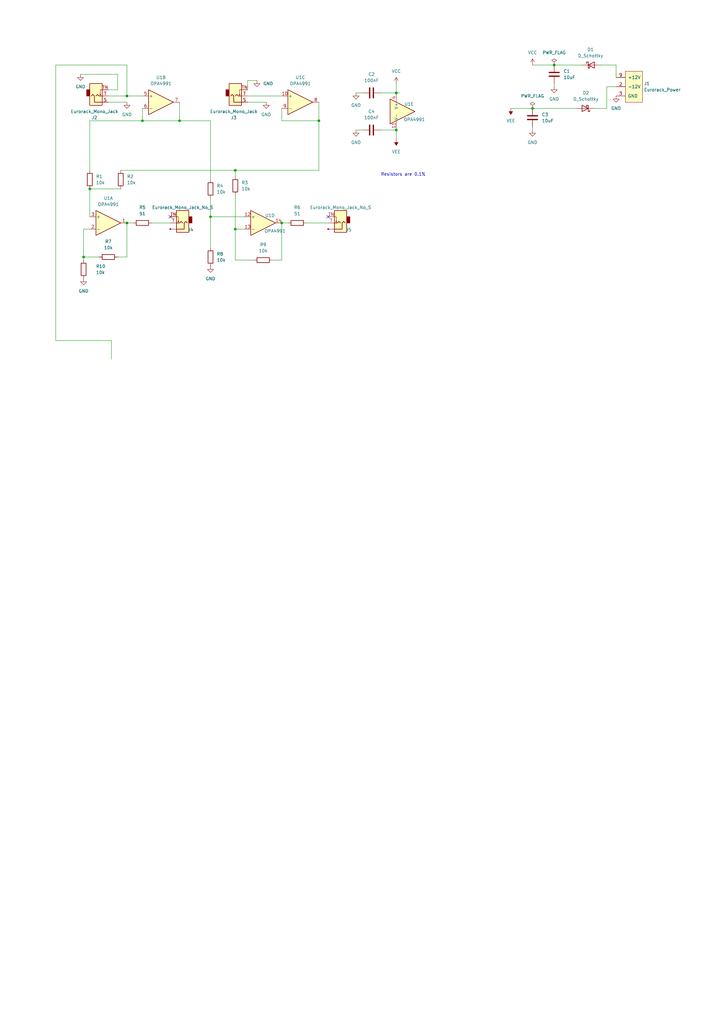
<source format=kicad_sch>
(kicad_sch (version 20230121) (generator eeschema)

  (uuid 31c4c9a1-5bb4-4339-9566-9178a09da433)

  (paper "A3" portrait)

  (lib_symbols
    (symbol "Device:C" (pin_numbers hide) (pin_names (offset 0.254)) (in_bom yes) (on_board yes)
      (property "Reference" "C" (at 0.635 2.54 0)
        (effects (font (size 1.27 1.27)) (justify left))
      )
      (property "Value" "C" (at 0.635 -2.54 0)
        (effects (font (size 1.27 1.27)) (justify left))
      )
      (property "Footprint" "" (at 0.9652 -3.81 0)
        (effects (font (size 1.27 1.27)) hide)
      )
      (property "Datasheet" "~" (at 0 0 0)
        (effects (font (size 1.27 1.27)) hide)
      )
      (property "ki_keywords" "cap capacitor" (at 0 0 0)
        (effects (font (size 1.27 1.27)) hide)
      )
      (property "ki_description" "Unpolarized capacitor" (at 0 0 0)
        (effects (font (size 1.27 1.27)) hide)
      )
      (property "ki_fp_filters" "C_*" (at 0 0 0)
        (effects (font (size 1.27 1.27)) hide)
      )
      (symbol "C_0_1"
        (polyline
          (pts
            (xy -2.032 -0.762)
            (xy 2.032 -0.762)
          )
          (stroke (width 0.508) (type default))
          (fill (type none))
        )
        (polyline
          (pts
            (xy -2.032 0.762)
            (xy 2.032 0.762)
          )
          (stroke (width 0.508) (type default))
          (fill (type none))
        )
      )
      (symbol "C_1_1"
        (pin passive line (at 0 3.81 270) (length 2.794)
          (name "~" (effects (font (size 1.27 1.27))))
          (number "1" (effects (font (size 1.27 1.27))))
        )
        (pin passive line (at 0 -3.81 90) (length 2.794)
          (name "~" (effects (font (size 1.27 1.27))))
          (number "2" (effects (font (size 1.27 1.27))))
        )
      )
    )
    (symbol "Device:D_Schottky" (pin_numbers hide) (pin_names (offset 1.016) hide) (in_bom yes) (on_board yes)
      (property "Reference" "D" (at 0 2.54 0)
        (effects (font (size 1.27 1.27)))
      )
      (property "Value" "D_Schottky" (at 0 -2.54 0)
        (effects (font (size 1.27 1.27)))
      )
      (property "Footprint" "" (at 0 0 0)
        (effects (font (size 1.27 1.27)) hide)
      )
      (property "Datasheet" "~" (at 0 0 0)
        (effects (font (size 1.27 1.27)) hide)
      )
      (property "ki_keywords" "diode Schottky" (at 0 0 0)
        (effects (font (size 1.27 1.27)) hide)
      )
      (property "ki_description" "Schottky diode" (at 0 0 0)
        (effects (font (size 1.27 1.27)) hide)
      )
      (property "ki_fp_filters" "TO-???* *_Diode_* *SingleDiode* D_*" (at 0 0 0)
        (effects (font (size 1.27 1.27)) hide)
      )
      (symbol "D_Schottky_0_1"
        (polyline
          (pts
            (xy 1.27 0)
            (xy -1.27 0)
          )
          (stroke (width 0) (type default))
          (fill (type none))
        )
        (polyline
          (pts
            (xy 1.27 1.27)
            (xy 1.27 -1.27)
            (xy -1.27 0)
            (xy 1.27 1.27)
          )
          (stroke (width 0.254) (type default))
          (fill (type none))
        )
        (polyline
          (pts
            (xy -1.905 0.635)
            (xy -1.905 1.27)
            (xy -1.27 1.27)
            (xy -1.27 -1.27)
            (xy -0.635 -1.27)
            (xy -0.635 -0.635)
          )
          (stroke (width 0.254) (type default))
          (fill (type none))
        )
      )
      (symbol "D_Schottky_1_1"
        (pin passive line (at -3.81 0 0) (length 2.54)
          (name "K" (effects (font (size 1.27 1.27))))
          (number "1" (effects (font (size 1.27 1.27))))
        )
        (pin passive line (at 3.81 0 180) (length 2.54)
          (name "A" (effects (font (size 1.27 1.27))))
          (number "2" (effects (font (size 1.27 1.27))))
        )
      )
    )
    (symbol "Device:R" (pin_numbers hide) (pin_names (offset 0)) (in_bom yes) (on_board yes)
      (property "Reference" "R" (at 2.032 0 90)
        (effects (font (size 1.27 1.27)))
      )
      (property "Value" "R" (at 0 0 90)
        (effects (font (size 1.27 1.27)))
      )
      (property "Footprint" "" (at -1.778 0 90)
        (effects (font (size 1.27 1.27)) hide)
      )
      (property "Datasheet" "~" (at 0 0 0)
        (effects (font (size 1.27 1.27)) hide)
      )
      (property "ki_keywords" "R res resistor" (at 0 0 0)
        (effects (font (size 1.27 1.27)) hide)
      )
      (property "ki_description" "Resistor" (at 0 0 0)
        (effects (font (size 1.27 1.27)) hide)
      )
      (property "ki_fp_filters" "R_*" (at 0 0 0)
        (effects (font (size 1.27 1.27)) hide)
      )
      (symbol "R_0_1"
        (rectangle (start -1.016 -2.54) (end 1.016 2.54)
          (stroke (width 0.254) (type default))
          (fill (type none))
        )
      )
      (symbol "R_1_1"
        (pin passive line (at 0 3.81 270) (length 1.27)
          (name "~" (effects (font (size 1.27 1.27))))
          (number "1" (effects (font (size 1.27 1.27))))
        )
        (pin passive line (at 0 -3.81 90) (length 1.27)
          (name "~" (effects (font (size 1.27 1.27))))
          (number "2" (effects (font (size 1.27 1.27))))
        )
      )
    )
    (symbol "power:GND" (power) (pin_names (offset 0)) (in_bom yes) (on_board yes)
      (property "Reference" "#PWR" (at 0 -6.35 0)
        (effects (font (size 1.27 1.27)) hide)
      )
      (property "Value" "GND" (at 0 -3.81 0)
        (effects (font (size 1.27 1.27)))
      )
      (property "Footprint" "" (at 0 0 0)
        (effects (font (size 1.27 1.27)) hide)
      )
      (property "Datasheet" "" (at 0 0 0)
        (effects (font (size 1.27 1.27)) hide)
      )
      (property "ki_keywords" "global power" (at 0 0 0)
        (effects (font (size 1.27 1.27)) hide)
      )
      (property "ki_description" "Power symbol creates a global label with name \"GND\" , ground" (at 0 0 0)
        (effects (font (size 1.27 1.27)) hide)
      )
      (symbol "GND_0_1"
        (polyline
          (pts
            (xy 0 0)
            (xy 0 -1.27)
            (xy 1.27 -1.27)
            (xy 0 -2.54)
            (xy -1.27 -1.27)
            (xy 0 -1.27)
          )
          (stroke (width 0) (type default))
          (fill (type none))
        )
      )
      (symbol "GND_1_1"
        (pin power_in line (at 0 0 270) (length 0) hide
          (name "GND" (effects (font (size 1.27 1.27))))
          (number "1" (effects (font (size 1.27 1.27))))
        )
      )
    )
    (symbol "power:PWR_FLAG" (power) (pin_numbers hide) (pin_names (offset 0) hide) (in_bom yes) (on_board yes)
      (property "Reference" "#FLG" (at 0 1.905 0)
        (effects (font (size 1.27 1.27)) hide)
      )
      (property "Value" "PWR_FLAG" (at 0 3.81 0)
        (effects (font (size 1.27 1.27)))
      )
      (property "Footprint" "" (at 0 0 0)
        (effects (font (size 1.27 1.27)) hide)
      )
      (property "Datasheet" "~" (at 0 0 0)
        (effects (font (size 1.27 1.27)) hide)
      )
      (property "ki_keywords" "flag power" (at 0 0 0)
        (effects (font (size 1.27 1.27)) hide)
      )
      (property "ki_description" "Special symbol for telling ERC where power comes from" (at 0 0 0)
        (effects (font (size 1.27 1.27)) hide)
      )
      (symbol "PWR_FLAG_0_0"
        (pin power_out line (at 0 0 90) (length 0)
          (name "pwr" (effects (font (size 1.27 1.27))))
          (number "1" (effects (font (size 1.27 1.27))))
        )
      )
      (symbol "PWR_FLAG_0_1"
        (polyline
          (pts
            (xy 0 0)
            (xy 0 1.27)
            (xy -1.016 1.905)
            (xy 0 2.54)
            (xy 1.016 1.905)
            (xy 0 1.27)
          )
          (stroke (width 0) (type default))
          (fill (type none))
        )
      )
    )
    (symbol "power:VCC" (power) (pin_names (offset 0)) (in_bom yes) (on_board yes)
      (property "Reference" "#PWR" (at 0 -3.81 0)
        (effects (font (size 1.27 1.27)) hide)
      )
      (property "Value" "VCC" (at 0 3.81 0)
        (effects (font (size 1.27 1.27)))
      )
      (property "Footprint" "" (at 0 0 0)
        (effects (font (size 1.27 1.27)) hide)
      )
      (property "Datasheet" "" (at 0 0 0)
        (effects (font (size 1.27 1.27)) hide)
      )
      (property "ki_keywords" "global power" (at 0 0 0)
        (effects (font (size 1.27 1.27)) hide)
      )
      (property "ki_description" "Power symbol creates a global label with name \"VCC\"" (at 0 0 0)
        (effects (font (size 1.27 1.27)) hide)
      )
      (symbol "VCC_0_1"
        (polyline
          (pts
            (xy -0.762 1.27)
            (xy 0 2.54)
          )
          (stroke (width 0) (type default))
          (fill (type none))
        )
        (polyline
          (pts
            (xy 0 0)
            (xy 0 2.54)
          )
          (stroke (width 0) (type default))
          (fill (type none))
        )
        (polyline
          (pts
            (xy 0 2.54)
            (xy 0.762 1.27)
          )
          (stroke (width 0) (type default))
          (fill (type none))
        )
      )
      (symbol "VCC_1_1"
        (pin power_in line (at 0 0 90) (length 0) hide
          (name "VCC" (effects (font (size 1.27 1.27))))
          (number "1" (effects (font (size 1.27 1.27))))
        )
      )
    )
    (symbol "power:VEE" (power) (pin_names (offset 0)) (in_bom yes) (on_board yes)
      (property "Reference" "#PWR" (at 0 -3.81 0)
        (effects (font (size 1.27 1.27)) hide)
      )
      (property "Value" "VEE" (at 0 3.81 0)
        (effects (font (size 1.27 1.27)))
      )
      (property "Footprint" "" (at 0 0 0)
        (effects (font (size 1.27 1.27)) hide)
      )
      (property "Datasheet" "" (at 0 0 0)
        (effects (font (size 1.27 1.27)) hide)
      )
      (property "ki_keywords" "global power" (at 0 0 0)
        (effects (font (size 1.27 1.27)) hide)
      )
      (property "ki_description" "Power symbol creates a global label with name \"VEE\"" (at 0 0 0)
        (effects (font (size 1.27 1.27)) hide)
      )
      (symbol "VEE_0_1"
        (polyline
          (pts
            (xy 0 0)
            (xy 0 2.54)
          )
          (stroke (width 0) (type default))
          (fill (type none))
        )
        (polyline
          (pts
            (xy 0.762 1.27)
            (xy -0.762 1.27)
            (xy 0 2.54)
            (xy 0.762 1.27)
          )
          (stroke (width 0) (type default))
          (fill (type outline))
        )
      )
      (symbol "VEE_1_1"
        (pin power_in line (at 0 0 90) (length 0) hide
          (name "VEE" (effects (font (size 1.27 1.27))))
          (number "1" (effects (font (size 1.27 1.27))))
        )
      )
    )
    (symbol "winterbloom:Eurorack_Mono_Jack" (pin_names hide) (in_bom yes) (on_board yes)
      (property "Reference" "J" (at 3.302 -4.064 0)
        (effects (font (size 1.27 1.27)))
      )
      (property "Value" "Eurorack_Mono_Jack" (at 0 5.08 0)
        (effects (font (size 1.27 1.27)))
      )
      (property "Footprint" "winterbloom:AudioJack_WQP518MA" (at 1.27 -8.89 0)
        (effects (font (size 1.27 1.27)) hide)
      )
      (property "Datasheet" "http://www.qingpu-electronics.com/en/products/WQP-PJ398SM-362.html" (at 0 -1.27 0)
        (effects (font (size 1.27 1.27)) hide)
      )
      (property "MPN" "WQP-WQP518MA" (at 0 -6.35 0)
        (effects (font (size 1.27 1.27)) hide)
      )
      (property "ki_keywords" "audio jack receptacle mono headphones phone TS connector eurorack" (at 0 0 0)
        (effects (font (size 1.27 1.27)) hide)
      )
      (property "ki_description" "Eurorack vertical jack, 2 Poles (Mono / TS), Switched T Pole (Normalling)" (at 0 0 0)
        (effects (font (size 1.27 1.27)) hide)
      )
      (symbol "Eurorack_Mono_Jack_0_1"
        (rectangle (start -2.54 -5.08) (end 2.54 3.81)
          (stroke (width 0.254) (type default))
          (fill (type background))
        )
        (polyline
          (pts
            (xy -1.778 -1.016)
            (xy -2.032 -0.508)
          )
          (stroke (width 0) (type default))
          (fill (type none))
        )
        (polyline
          (pts
            (xy -2.54 1.27)
            (xy -1.778 1.27)
            (xy -1.778 -1.016)
            (xy -1.524 -0.508)
          )
          (stroke (width 0) (type default))
          (fill (type none))
        )
        (polyline
          (pts
            (xy 0 -1.27)
            (xy -0.635 -0.635)
            (xy -1.27 -1.27)
            (xy -2.54 -1.27)
          )
          (stroke (width 0.254) (type default))
          (fill (type none))
        )
        (polyline
          (pts
            (xy -2.54 -3.81)
            (xy 0.635 -3.81)
            (xy 0.635 -1.27)
            (xy 1.27 -0.635)
            (xy 1.905 -1.27)
          )
          (stroke (width 0.254) (type default))
          (fill (type none))
        )
        (rectangle (start 2.54 -1.27) (end 3.81 1.27)
          (stroke (width 0.254) (type default))
          (fill (type outline))
        )
      )
      (symbol "Eurorack_Mono_Jack_1_1"
        (pin passive line (at -5.08 -3.81 0) (length 2.54)
          (name "Sleeve" (effects (font (size 1.27 1.27))))
          (number "S" (effects (font (size 1.27 1.27))))
        )
        (pin passive line (at -5.08 -1.27 0) (length 2.54)
          (name "Tip" (effects (font (size 1.27 1.27))))
          (number "T" (effects (font (size 1.27 1.27))))
        )
        (pin passive line (at -5.08 1.27 0) (length 2.54)
          (name "Tip_normalize" (effects (font (size 1.27 1.27))))
          (number "TN" (effects (font (size 1.27 1.27))))
        )
      )
    )
    (symbol "winterbloom:Eurorack_Mono_Jack_No_S" (pin_names hide) (in_bom yes) (on_board yes)
      (property "Reference" "J" (at 3.302 -4.064 0)
        (effects (font (size 1.27 1.27)))
      )
      (property "Value" "Eurorack_Mono_Jack_No_S" (at 0 5.08 0)
        (effects (font (size 1.27 1.27)))
      )
      (property "Footprint" "winterbloom:AudioJack_WQP518MA_No_S" (at 1.27 -8.89 0)
        (effects (font (size 1.27 1.27)) hide)
      )
      (property "Datasheet" "http://www.qingpu-electronics.com/en/products/WQP-PJ398SM-362.html" (at 0 -1.27 0)
        (effects (font (size 1.27 1.27)) hide)
      )
      (property "MPN" "WQP-WQP518MA" (at 0 -6.35 0)
        (effects (font (size 1.27 1.27)) hide)
      )
      (property "ki_keywords" "audio jack receptacle mono headphones phone TS connector eurorack" (at 0 0 0)
        (effects (font (size 1.27 1.27)) hide)
      )
      (property "ki_description" "Eurorack vertical jack, 2 Poles (Mono / TS), Switched T Pole (Normalling), No pad for the S pin, allowing it to be shared with another jack." (at 0 0 0)
        (effects (font (size 1.27 1.27)) hide)
      )
      (symbol "Eurorack_Mono_Jack_No_S_0_1"
        (rectangle (start -2.54 -5.08) (end 2.54 3.81)
          (stroke (width 0.254) (type default))
          (fill (type background))
        )
        (polyline
          (pts
            (xy -2.54 -3.81)
            (xy -5.08 -3.81)
          )
          (stroke (width 0) (type default))
          (fill (type none))
        )
        (polyline
          (pts
            (xy -1.778 -1.016)
            (xy -2.032 -0.508)
          )
          (stroke (width 0) (type default))
          (fill (type none))
        )
        (polyline
          (pts
            (xy -2.54 1.27)
            (xy -1.778 1.27)
            (xy -1.778 -1.016)
            (xy -1.524 -0.508)
          )
          (stroke (width 0) (type default))
          (fill (type none))
        )
        (polyline
          (pts
            (xy 0 -1.27)
            (xy -0.635 -0.635)
            (xy -1.27 -1.27)
            (xy -2.54 -1.27)
          )
          (stroke (width 0.254) (type default))
          (fill (type none))
        )
        (polyline
          (pts
            (xy -2.54 -3.81)
            (xy 0.635 -3.81)
            (xy 0.635 -1.27)
            (xy 1.27 -0.635)
            (xy 1.905 -1.27)
          )
          (stroke (width 0.254) (type default))
          (fill (type none))
        )
        (rectangle (start 2.54 -1.27) (end 3.81 1.27)
          (stroke (width 0.254) (type default))
          (fill (type outline))
        )
      )
      (symbol "Eurorack_Mono_Jack_No_S_1_1"
        (circle (center -5.08 -3.81) (radius 0.254)
          (stroke (width 0) (type default))
          (fill (type outline))
        )
        (pin passive line (at -5.08 -1.27 0) (length 2.54)
          (name "Tip" (effects (font (size 1.27 1.27))))
          (number "T" (effects (font (size 1.27 1.27))))
        )
        (pin passive line (at -5.08 1.27 0) (length 2.54)
          (name "Tip_normalize" (effects (font (size 1.27 1.27))))
          (number "TN" (effects (font (size 1.27 1.27))))
        )
      )
    )
    (symbol "winterbloom:Eurorack_Power" (pin_names (offset 1.016)) (in_bom yes) (on_board yes)
      (property "Reference" "J" (at -0.635 7.62 0)
        (effects (font (size 1.27 1.27)))
      )
      (property "Value" "Eurorack_Power" (at 0 -7.62 0)
        (effects (font (size 1.27 1.27)))
      )
      (property "Footprint" "winterbloom:Eurorack_Power_2x5_Shrouded_Lock" (at 0 11.43 0)
        (effects (font (size 1.27 1.27)) hide)
      )
      (property "Datasheet" "https://static6.arrow.com/aropdfconversion/1507f1621f4e67855dd466ebb3ac550d52564a9d/32302-sxx1.pdf" (at 0.635 -13.335 0)
        (effects (font (size 1.27 1.27)) hide)
      )
      (property "MPN" "302-S101" (at 0 13.97 0)
        (effects (font (size 1.27 1.27)) hide)
      )
      (property "ki_keywords" "eurorack power" (at 0 0 0)
        (effects (font (size 1.27 1.27)) hide)
      )
      (property "ki_description" "Shrouded, keyed, Eurorack power header, 02x05, 2.54mm spacing" (at 0 0 0)
        (effects (font (size 1.27 1.27)) hide)
      )
      (symbol "Eurorack_Power_0_1"
        (rectangle (start -3.175 6.35) (end 3.81 -6.35)
          (stroke (width 0) (type default))
          (fill (type background))
        )
      )
      (symbol "Eurorack_Power_1_1"
        (pin power_out line (at 7.62 0 180) (length 3.81) hide
          (name "-12V" (effects (font (size 1.27 1.27))))
          (number "1" (effects (font (size 1.27 1.27))))
        )
        (pin passive line (at 7.62 3.81 180) (length 3.81) hide
          (name "+12V" (effects (font (size 1.27 1.27))))
          (number "10" (effects (font (size 1.27 1.27))))
        )
        (pin passive line (at 7.62 0 180) (length 3.81)
          (name "-12V" (effects (font (size 1.27 1.27))))
          (number "2" (effects (font (size 1.27 1.27))))
        )
        (pin power_out line (at 7.62 -3.81 180) (length 3.81)
          (name "GND" (effects (font (size 1.27 1.27))))
          (number "3" (effects (font (size 1.27 1.27))))
        )
        (pin passive line (at 7.62 -3.81 180) (length 3.81) hide
          (name "GND" (effects (font (size 1.27 1.27))))
          (number "4" (effects (font (size 1.27 1.27))))
        )
        (pin passive line (at 7.62 -3.81 180) (length 3.81) hide
          (name "GND" (effects (font (size 1.27 1.27))))
          (number "5" (effects (font (size 1.27 1.27))))
        )
        (pin passive line (at 7.62 -3.81 180) (length 3.81) hide
          (name "GND" (effects (font (size 1.27 1.27))))
          (number "6" (effects (font (size 1.27 1.27))))
        )
        (pin passive line (at 7.62 -3.81 180) (length 3.81) hide
          (name "GND" (effects (font (size 1.27 1.27))))
          (number "7" (effects (font (size 1.27 1.27))))
        )
        (pin passive line (at 7.62 -3.81 180) (length 3.81) hide
          (name "GND" (effects (font (size 1.27 1.27))))
          (number "8" (effects (font (size 1.27 1.27))))
        )
        (pin power_out line (at 7.62 3.81 180) (length 3.81)
          (name "+12V" (effects (font (size 1.27 1.27))))
          (number "9" (effects (font (size 1.27 1.27))))
        )
      )
    )
    (symbol "winterbloom:OPA4991" (pin_names (offset 0.127)) (in_bom yes) (on_board yes)
      (property "Reference" "U" (at 0.762 3.048 0)
        (effects (font (size 1.27 1.27)) (justify left))
      )
      (property "Value" "OPA4991" (at 0.508 -3.302 0)
        (effects (font (size 1.27 1.27)) (justify left))
      )
      (property "Footprint" "Package_SO:TSSOP-14_4.4x5mm_P0.65mm" (at 0 -8.89 0)
        (effects (font (size 1.27 1.27)) hide)
      )
      (property "Datasheet" "https://www.ti.com/lit/ds/symlink/opa4991.pdf" (at 1.27 5.08 0)
        (effects (font (size 1.27 1.27)) hide)
      )
      (property "MPN" "OPA4991IPWR " (at 0 -11.43 0)
        (effects (font (size 0.9906 0.9906)) hide)
      )
      (property "ki_locked" "" (at 0 0 0)
        (effects (font (size 1.27 1.27)))
      )
      (property "ki_keywords" "op amp quad precision" (at 0 0 0)
        (effects (font (size 1.27 1.27)) hide)
      )
      (property "ki_description" "40-V Rail-to-Rail Input/Output, Low Offset Voltage, Low Noise, Op Amp, TSSOP-14" (at 0 0 0)
        (effects (font (size 1.27 1.27)) hide)
      )
      (property "ki_fp_filters" "TSSOP*4.4x5mm*P0.65mm*" (at 0 0 0)
        (effects (font (size 1.27 1.27)) hide)
      )
      (symbol "OPA4991_1_1"
        (polyline
          (pts
            (xy -5.08 5.08)
            (xy 5.08 0)
            (xy -5.08 -5.08)
            (xy -5.08 5.08)
          )
          (stroke (width 0.254) (type default))
          (fill (type background))
        )
        (pin output line (at 7.62 0 180) (length 2.54)
          (name "~" (effects (font (size 1.27 1.27))))
          (number "1" (effects (font (size 1.27 1.27))))
        )
        (pin input line (at -7.62 -2.54 0) (length 2.54)
          (name "-" (effects (font (size 1.27 1.27))))
          (number "2" (effects (font (size 1.27 1.27))))
        )
        (pin input line (at -7.62 2.54 0) (length 2.54)
          (name "+" (effects (font (size 1.27 1.27))))
          (number "3" (effects (font (size 1.27 1.27))))
        )
      )
      (symbol "OPA4991_2_1"
        (polyline
          (pts
            (xy -5.08 5.08)
            (xy 5.08 0)
            (xy -5.08 -5.08)
            (xy -5.08 5.08)
          )
          (stroke (width 0.254) (type default))
          (fill (type background))
        )
        (pin input line (at -7.62 2.54 0) (length 2.54)
          (name "+" (effects (font (size 1.27 1.27))))
          (number "5" (effects (font (size 1.27 1.27))))
        )
        (pin input line (at -7.62 -2.54 0) (length 2.54)
          (name "-" (effects (font (size 1.27 1.27))))
          (number "6" (effects (font (size 1.27 1.27))))
        )
        (pin output line (at 7.62 0 180) (length 2.54)
          (name "~" (effects (font (size 1.27 1.27))))
          (number "7" (effects (font (size 1.27 1.27))))
        )
      )
      (symbol "OPA4991_3_1"
        (polyline
          (pts
            (xy -5.08 5.08)
            (xy 5.08 0)
            (xy -5.08 -5.08)
            (xy -5.08 5.08)
          )
          (stroke (width 0.254) (type default))
          (fill (type background))
        )
        (pin input line (at -7.62 2.54 0) (length 2.54)
          (name "+" (effects (font (size 1.27 1.27))))
          (number "10" (effects (font (size 1.27 1.27))))
        )
        (pin output line (at 7.62 0 180) (length 2.54)
          (name "~" (effects (font (size 1.27 1.27))))
          (number "8" (effects (font (size 1.27 1.27))))
        )
        (pin input line (at -7.62 -2.54 0) (length 2.54)
          (name "-" (effects (font (size 1.27 1.27))))
          (number "9" (effects (font (size 1.27 1.27))))
        )
      )
      (symbol "OPA4991_4_1"
        (polyline
          (pts
            (xy -5.08 5.08)
            (xy 5.08 0)
            (xy -5.08 -5.08)
            (xy -5.08 5.08)
          )
          (stroke (width 0.254) (type default))
          (fill (type background))
        )
        (pin input line (at -7.62 2.54 0) (length 2.54)
          (name "+" (effects (font (size 1.27 1.27))))
          (number "12" (effects (font (size 1.27 1.27))))
        )
        (pin input line (at -7.62 -2.54 0) (length 2.54)
          (name "-" (effects (font (size 1.27 1.27))))
          (number "13" (effects (font (size 1.27 1.27))))
        )
        (pin output line (at 7.62 0 180) (length 2.54)
          (name "~" (effects (font (size 1.27 1.27))))
          (number "14" (effects (font (size 1.27 1.27))))
        )
      )
      (symbol "OPA4991_5_1"
        (polyline
          (pts
            (xy -5.08 5.08)
            (xy 5.08 0)
            (xy -5.08 -5.08)
            (xy -5.08 5.08)
          )
          (stroke (width 0.254) (type default))
          (fill (type background))
        )
        (pin power_in line (at -2.54 -7.62 90) (length 3.81)
          (name "V-" (effects (font (size 1.27 1.27))))
          (number "11" (effects (font (size 1.27 1.27))))
        )
        (pin power_in line (at -2.54 7.62 270) (length 3.81)
          (name "V+" (effects (font (size 1.27 1.27))))
          (number "4" (effects (font (size 1.27 1.27))))
        )
      )
    )
  )

  (junction (at 130.81 49.53) (diameter 0) (color 0 0 0 0)
    (uuid 020ddf49-6e88-4fd5-a645-ffbb563e6443)
  )
  (junction (at 218.44 44.45) (diameter 0) (color 0 0 0 0)
    (uuid 11e05cbd-d90f-4797-b518-2fbb60a44515)
  )
  (junction (at 58.42 49.53) (diameter 0) (color 0 0 0 0)
    (uuid 16be4913-cd0f-4763-a78f-6d40c5c81a8d)
  )
  (junction (at 115.57 91.44) (diameter 0) (color 0 0 0 0)
    (uuid 2d7884f6-c2d8-4511-8463-7582d3b918ab)
  )
  (junction (at 36.83 77.47) (diameter 0) (color 0 0 0 0)
    (uuid 2f2f4351-538d-49bd-a78d-0a008b84b02e)
  )
  (junction (at 227.33 26.67) (diameter 0) (color 0 0 0 0)
    (uuid 47aeffb0-d93e-4ee7-b180-694473cd9874)
  )
  (junction (at 34.29 105.41) (diameter 0) (color 0 0 0 0)
    (uuid 4abf79a3-9dcc-42e8-aef3-6df39fa23921)
  )
  (junction (at 73.66 49.53) (diameter 0) (color 0 0 0 0)
    (uuid 80ab969e-db12-4dc2-ae34-75121a5ff92c)
  )
  (junction (at 162.56 38.1) (diameter 0) (color 0 0 0 0)
    (uuid a7432a38-976d-4634-8327-11f2624b3df0)
  )
  (junction (at 96.52 93.98) (diameter 0) (color 0 0 0 0)
    (uuid a87a9842-002b-4948-8c99-d161b633be06)
  )
  (junction (at 96.52 69.85) (diameter 0) (color 0 0 0 0)
    (uuid ab0eb355-bf04-4189-8c98-1ace4d1af305)
  )
  (junction (at 86.36 88.9) (diameter 0) (color 0 0 0 0)
    (uuid b3c5b40e-f50b-4571-951a-0ba0f596ab6e)
  )
  (junction (at 162.56 53.34) (diameter 0) (color 0 0 0 0)
    (uuid c00042ad-9030-4ec9-afbb-36831304afc0)
  )
  (junction (at 52.07 39.37) (diameter 0) (color 0 0 0 0)
    (uuid c4d22330-3153-440e-ad70-3c1388806021)
  )
  (junction (at 52.07 91.44) (diameter 0) (color 0 0 0 0)
    (uuid e6fc4b3b-c1f4-424c-80c3-953ca41ba384)
  )

  (no_connect (at 134.62 88.9) (uuid 113afe60-797c-42d5-afb7-560ac14f2002))
  (no_connect (at 69.85 88.9) (uuid 3f172058-0ebb-4c0b-b228-02172f4389ed))

  (wire (pts (xy 248.92 44.45) (xy 248.92 35.56))
    (stroke (width 0) (type default))
    (uuid 0153f438-a239-4c02-b2a9-74b4662d464e)
  )
  (wire (pts (xy 156.21 38.1) (xy 162.56 38.1))
    (stroke (width 0) (type default))
    (uuid 029ee767-6f45-498b-b1b7-2f51740f919c)
  )
  (wire (pts (xy 252.73 26.67) (xy 252.73 31.75))
    (stroke (width 0) (type default))
    (uuid 09dd6f6d-7b41-47a6-b5ba-d1c0905e6b0e)
  )
  (wire (pts (xy 238.76 26.67) (xy 227.33 26.67))
    (stroke (width 0) (type default))
    (uuid 10c2d2c2-30bc-4e07-8f1f-30235730fe65)
  )
  (wire (pts (xy 96.52 93.98) (xy 96.52 106.68))
    (stroke (width 0) (type default))
    (uuid 1b67cf88-9df7-4db1-bcc8-a45a3967bc87)
  )
  (wire (pts (xy 96.52 72.39) (xy 96.52 69.85))
    (stroke (width 0) (type default))
    (uuid 25f005dd-aaaf-4180-b172-09eac724871a)
  )
  (wire (pts (xy 115.57 49.53) (xy 130.81 49.53))
    (stroke (width 0) (type default))
    (uuid 2b97f2fe-3c13-4d75-87c2-b7c5d8805b4a)
  )
  (wire (pts (xy 36.83 93.98) (xy 34.29 93.98))
    (stroke (width 0) (type default))
    (uuid 32c6227b-fb80-4e29-9166-2ddd37b3446f)
  )
  (wire (pts (xy 73.66 49.53) (xy 86.36 49.53))
    (stroke (width 0) (type default))
    (uuid 358f8d4e-e18c-4c79-9ad0-927d01a201b4)
  )
  (wire (pts (xy 48.26 105.41) (xy 52.07 105.41))
    (stroke (width 0) (type default))
    (uuid 3a1f3252-f409-4a6a-89e2-e9bdb9e11680)
  )
  (wire (pts (xy 86.36 49.53) (xy 86.36 73.66))
    (stroke (width 0) (type default))
    (uuid 3bf98234-cabc-4e32-9d42-501280dfd73c)
  )
  (wire (pts (xy 218.44 44.45) (xy 236.22 44.45))
    (stroke (width 0) (type default))
    (uuid 403c0479-55cb-4828-89a7-156bf5354de5)
  )
  (wire (pts (xy 58.42 44.45) (xy 58.42 49.53))
    (stroke (width 0) (type default))
    (uuid 43ccb1b3-ac74-4414-a7ef-c2035b6a4fd5)
  )
  (wire (pts (xy 146.05 38.1) (xy 148.59 38.1))
    (stroke (width 0) (type default))
    (uuid 44221926-9cd7-495e-aad4-908483bc4829)
  )
  (wire (pts (xy 162.56 57.15) (xy 162.56 53.34))
    (stroke (width 0) (type default))
    (uuid 45a9f153-90aa-4fe4-957b-83364d6a9d04)
  )
  (wire (pts (xy 36.83 49.53) (xy 58.42 49.53))
    (stroke (width 0) (type default))
    (uuid 4caf8c42-cb40-456d-a46f-dbbd7af85bf7)
  )
  (wire (pts (xy 86.36 88.9) (xy 86.36 101.6))
    (stroke (width 0) (type default))
    (uuid 54343e73-6c7a-46bf-918a-b1c106d422bf)
  )
  (wire (pts (xy 252.73 26.67) (xy 246.38 26.67))
    (stroke (width 0) (type default))
    (uuid 5f44dc1a-b5c6-45df-ae14-cb111a929c70)
  )
  (wire (pts (xy 52.07 41.91) (xy 44.45 41.91))
    (stroke (width 0) (type default))
    (uuid 64b5cfa4-1bc7-460f-8833-f10724401404)
  )
  (wire (pts (xy 118.11 91.44) (xy 115.57 91.44))
    (stroke (width 0) (type default))
    (uuid 660001db-046f-4ec1-8437-ea24b8b16f88)
  )
  (wire (pts (xy 125.73 91.44) (xy 134.62 91.44))
    (stroke (width 0) (type default))
    (uuid 6f71a67e-6bed-4a97-b6bc-c068a0f4eb36)
  )
  (wire (pts (xy 218.44 53.34) (xy 218.44 52.07))
    (stroke (width 0) (type default))
    (uuid 716c55bd-874a-48db-a59a-4dfe9fa8b5f6)
  )
  (wire (pts (xy 101.6 33.02) (xy 101.6 36.83))
    (stroke (width 0) (type default))
    (uuid 7234db81-0584-4dd2-b7de-1821b2ec1b70)
  )
  (wire (pts (xy 36.83 77.47) (xy 36.83 88.9))
    (stroke (width 0) (type default))
    (uuid 72b71deb-acf0-470e-9b82-3e2f9cb4706a)
  )
  (wire (pts (xy 115.57 44.45) (xy 115.57 49.53))
    (stroke (width 0) (type default))
    (uuid 78cf6b08-0e76-4e87-b3ad-235d08b45447)
  )
  (wire (pts (xy 209.55 44.45) (xy 218.44 44.45))
    (stroke (width 0) (type default))
    (uuid 7dcdd457-a286-4da5-b0e8-699eba800c55)
  )
  (wire (pts (xy 52.07 39.37) (xy 58.42 39.37))
    (stroke (width 0) (type default))
    (uuid 7e7df805-746e-4c3a-be5b-dacc7bc7de43)
  )
  (wire (pts (xy 101.6 41.91) (xy 109.22 41.91))
    (stroke (width 0) (type default))
    (uuid 8319b7e6-cbb7-4c0f-ac13-8aee8b5b2d47)
  )
  (wire (pts (xy 101.6 39.37) (xy 115.57 39.37))
    (stroke (width 0) (type default))
    (uuid 8342c06c-c738-4856-8769-2df690f80a44)
  )
  (wire (pts (xy 22.86 26.67) (xy 22.86 139.7))
    (stroke (width 0) (type default))
    (uuid 839da752-1453-4f21-abe3-09605047a3b1)
  )
  (wire (pts (xy 45.72 139.7) (xy 45.72 147.32))
    (stroke (width 0) (type default))
    (uuid 84448708-5c60-4ec3-b4a6-6c3cd8203b8f)
  )
  (wire (pts (xy 52.07 26.67) (xy 22.86 26.67))
    (stroke (width 0) (type default))
    (uuid 85df5cea-6979-4e7b-9070-835acb866637)
  )
  (wire (pts (xy 34.29 105.41) (xy 40.64 105.41))
    (stroke (width 0) (type default))
    (uuid 89834e61-fcb8-4da3-ad90-09f5dd8ebe53)
  )
  (wire (pts (xy 52.07 26.67) (xy 52.07 39.37))
    (stroke (width 0) (type default))
    (uuid 8c4531c3-3856-44ed-b618-17f397709eaa)
  )
  (wire (pts (xy 33.02 30.48) (xy 48.26 30.48))
    (stroke (width 0) (type default))
    (uuid 90ce645e-4b52-490b-be73-67f5b169105d)
  )
  (wire (pts (xy 218.44 26.67) (xy 227.33 26.67))
    (stroke (width 0) (type default))
    (uuid 91761148-6ac1-441a-8f44-6cae35a441c0)
  )
  (wire (pts (xy 96.52 93.98) (xy 100.33 93.98))
    (stroke (width 0) (type default))
    (uuid 922b4bdb-b9f4-49b9-9918-8d4ee5ad221b)
  )
  (wire (pts (xy 49.53 69.85) (xy 96.52 69.85))
    (stroke (width 0) (type default))
    (uuid 93169e9f-d211-4c53-893b-815e56bce1f2)
  )
  (wire (pts (xy 22.86 139.7) (xy 45.72 139.7))
    (stroke (width 0) (type default))
    (uuid 9342f000-ce0f-417c-8191-d7661b57010b)
  )
  (wire (pts (xy 130.81 41.91) (xy 130.81 49.53))
    (stroke (width 0) (type default))
    (uuid 95479143-329f-41b6-99b1-1ab6b55918dc)
  )
  (wire (pts (xy 111.76 106.68) (xy 115.57 106.68))
    (stroke (width 0) (type default))
    (uuid ae015a62-d25a-4dda-9664-9a6b208fc3a3)
  )
  (wire (pts (xy 96.52 69.85) (xy 130.81 69.85))
    (stroke (width 0) (type default))
    (uuid aff6e015-ccc1-4836-87ee-9afce1da2946)
  )
  (wire (pts (xy 227.33 35.56) (xy 227.33 34.29))
    (stroke (width 0) (type default))
    (uuid b765503a-c6c6-4c69-88ef-ea7836b65646)
  )
  (wire (pts (xy 248.92 35.56) (xy 252.73 35.56))
    (stroke (width 0) (type default))
    (uuid b819e437-6f86-4af4-976d-e7e3626358c1)
  )
  (wire (pts (xy 101.6 33.02) (xy 105.41 33.02))
    (stroke (width 0) (type default))
    (uuid bb5b2d57-4393-4a95-8736-17c907fe25b0)
  )
  (wire (pts (xy 58.42 49.53) (xy 73.66 49.53))
    (stroke (width 0) (type default))
    (uuid bfd8c1f2-a4cc-4c1c-978c-f641ee832ae0)
  )
  (wire (pts (xy 36.83 77.47) (xy 49.53 77.47))
    (stroke (width 0) (type default))
    (uuid c5bbd22e-f3b6-40b6-8300-f73a7f1fc7ac)
  )
  (wire (pts (xy 52.07 91.44) (xy 52.07 105.41))
    (stroke (width 0) (type default))
    (uuid c6f7ca09-5e08-4184-b96b-ca9a2abdbd42)
  )
  (wire (pts (xy 146.05 53.34) (xy 148.59 53.34))
    (stroke (width 0) (type default))
    (uuid c758fe18-406b-42b7-9c2f-da6ada492b7e)
  )
  (wire (pts (xy 44.45 36.83) (xy 48.26 36.83))
    (stroke (width 0) (type default))
    (uuid d5e23aaf-ca1d-4e6b-9c5e-73cf6498d514)
  )
  (wire (pts (xy 73.66 49.53) (xy 73.66 41.91))
    (stroke (width 0) (type default))
    (uuid d63a72ed-2b04-4f51-a856-20240b69f24a)
  )
  (wire (pts (xy 243.84 44.45) (xy 248.92 44.45))
    (stroke (width 0) (type default))
    (uuid d80cd4fa-24c1-441e-b3c2-66ac29eb1e38)
  )
  (wire (pts (xy 86.36 88.9) (xy 100.33 88.9))
    (stroke (width 0) (type default))
    (uuid d9ebcc68-6365-4d90-a2d9-fc39729e35e0)
  )
  (wire (pts (xy 34.29 106.68) (xy 34.29 105.41))
    (stroke (width 0) (type default))
    (uuid da9bf5a2-9157-4106-b5fe-a69d011028c6)
  )
  (wire (pts (xy 163.83 38.1) (xy 162.56 38.1))
    (stroke (width 0) (type default))
    (uuid ddae9ebc-748e-4db0-920f-aedcaccdd6cc)
  )
  (wire (pts (xy 162.56 34.29) (xy 162.56 38.1))
    (stroke (width 0) (type default))
    (uuid dee3a9c0-a68b-4e00-8c19-5657d7f6be7d)
  )
  (wire (pts (xy 34.29 93.98) (xy 34.29 105.41))
    (stroke (width 0) (type default))
    (uuid dfa524f1-32c5-4063-82fc-e9f09a6af34d)
  )
  (wire (pts (xy 86.36 81.28) (xy 86.36 88.9))
    (stroke (width 0) (type default))
    (uuid e1dfea89-388b-4f31-a1ec-5ab104379943)
  )
  (wire (pts (xy 130.81 49.53) (xy 130.81 69.85))
    (stroke (width 0) (type default))
    (uuid e44107aa-241c-49c4-bbc0-6c114eeb0f4a)
  )
  (wire (pts (xy 156.21 53.34) (xy 162.56 53.34))
    (stroke (width 0) (type default))
    (uuid e89f089d-3f75-4f94-92bf-4e0333399075)
  )
  (wire (pts (xy 62.23 91.44) (xy 69.85 91.44))
    (stroke (width 0) (type default))
    (uuid eb1acb79-7cb4-4eac-ae42-12e86eb64812)
  )
  (wire (pts (xy 36.83 69.85) (xy 36.83 49.53))
    (stroke (width 0) (type default))
    (uuid f0b582d0-4ef6-4d02-99c0-530dbfff55d3)
  )
  (wire (pts (xy 48.26 30.48) (xy 48.26 36.83))
    (stroke (width 0) (type default))
    (uuid f206ac1b-abfe-4bdc-9075-af9aa460a2fa)
  )
  (wire (pts (xy 104.14 106.68) (xy 96.52 106.68))
    (stroke (width 0) (type default))
    (uuid f288dfd8-e790-4964-8840-451a5b8b42eb)
  )
  (wire (pts (xy 96.52 80.01) (xy 96.52 93.98))
    (stroke (width 0) (type default))
    (uuid f544e51c-5dd1-4a87-842d-c0bfb363ff08)
  )
  (wire (pts (xy 54.61 91.44) (xy 52.07 91.44))
    (stroke (width 0) (type default))
    (uuid f7af2b15-c767-4189-8502-387bad0a06a2)
  )
  (wire (pts (xy 44.45 39.37) (xy 52.07 39.37))
    (stroke (width 0) (type default))
    (uuid fd1f6382-fa27-48d8-900d-a7d666d515a8)
  )
  (wire (pts (xy 115.57 91.44) (xy 115.57 106.68))
    (stroke (width 0) (type default))
    (uuid fda947d7-134b-40ce-a75c-b0d2bb33ed46)
  )

  (text "Resistors are 0.1%" (at 156.21 72.39 0)
    (effects (font (size 1.27 1.27)) (justify left bottom))
    (uuid efa03da7-5965-4179-ad67-13f2b92370ec)
  )

  (symbol (lib_id "power:VCC") (at 162.56 34.29 0) (unit 1)
    (in_bom yes) (on_board yes) (dnp no) (fields_autoplaced)
    (uuid 023a8386-3eb6-4d15-9613-29472db20286)
    (property "Reference" "#PWR05" (at 162.56 38.1 0)
      (effects (font (size 1.27 1.27)) hide)
    )
    (property "Value" "VCC" (at 162.56 29.21 0)
      (effects (font (size 1.27 1.27)))
    )
    (property "Footprint" "" (at 162.56 34.29 0)
      (effects (font (size 1.27 1.27)) hide)
    )
    (property "Datasheet" "" (at 162.56 34.29 0)
      (effects (font (size 1.27 1.27)) hide)
    )
    (pin "1" (uuid f0674c6b-721b-46e2-ac0b-306131dd5236))
    (instances
      (project "mult"
        (path "/0e98ec4b-b4c7-447c-abd7-a761177a7f67/2249c80e-b931-4fee-ab04-d512ceb5f269"
          (reference "#PWR05") (unit 1)
        )
        (path "/0e98ec4b-b4c7-447c-abd7-a761177a7f67/b290c7a8-131c-4f39-ab4f-62063cf2647f"
          (reference "#PWR014") (unit 1)
        )
        (path "/0e98ec4b-b4c7-447c-abd7-a761177a7f67/b26d7339-1ce2-4103-8db8-9f6dbd3f09ef"
          (reference "#PWR023") (unit 1)
        )
        (path "/0e98ec4b-b4c7-447c-abd7-a761177a7f67/c8627544-d82d-426a-84eb-b4928bf7d17c"
          (reference "#PWR032") (unit 1)
        )
      )
      (project "patch"
        (path "/31c4c9a1-5bb4-4339-9566-9178a09da433"
          (reference "#PWR04") (unit 1)
        )
      )
    )
  )

  (symbol (lib_id "power:GND") (at 52.07 41.91 0) (unit 1)
    (in_bom yes) (on_board yes) (dnp no) (fields_autoplaced)
    (uuid 027ff176-a916-41c1-bd76-069519ba8820)
    (property "Reference" "#PWR03" (at 52.07 48.26 0)
      (effects (font (size 1.27 1.27)) hide)
    )
    (property "Value" "GND" (at 52.07 46.99 0)
      (effects (font (size 1.27 1.27)))
    )
    (property "Footprint" "" (at 52.07 41.91 0)
      (effects (font (size 1.27 1.27)) hide)
    )
    (property "Datasheet" "" (at 52.07 41.91 0)
      (effects (font (size 1.27 1.27)) hide)
    )
    (pin "1" (uuid 18c883c8-3e7d-4c1c-b548-67d501b2b2f0))
    (instances
      (project "mult"
        (path "/0e98ec4b-b4c7-447c-abd7-a761177a7f67/2249c80e-b931-4fee-ab04-d512ceb5f269"
          (reference "#PWR03") (unit 1)
        )
        (path "/0e98ec4b-b4c7-447c-abd7-a761177a7f67/b290c7a8-131c-4f39-ab4f-62063cf2647f"
          (reference "#PWR012") (unit 1)
        )
        (path "/0e98ec4b-b4c7-447c-abd7-a761177a7f67/b26d7339-1ce2-4103-8db8-9f6dbd3f09ef"
          (reference "#PWR021") (unit 1)
        )
        (path "/0e98ec4b-b4c7-447c-abd7-a761177a7f67/c8627544-d82d-426a-84eb-b4928bf7d17c"
          (reference "#PWR030") (unit 1)
        )
      )
      (project "patch"
        (path "/31c4c9a1-5bb4-4339-9566-9178a09da433"
          (reference "#PWR08") (unit 1)
        )
      )
    )
  )

  (symbol (lib_id "Device:D_Schottky") (at 242.57 26.67 0) (unit 1)
    (in_bom yes) (on_board yes) (dnp no) (fields_autoplaced)
    (uuid 091dec8e-990c-4970-965d-e385f04af152)
    (property "Reference" "D2" (at 242.2525 20.32 0)
      (effects (font (size 1.27 1.27)))
    )
    (property "Value" "D_Schottky" (at 242.2525 22.86 0)
      (effects (font (size 1.27 1.27)))
    )
    (property "Footprint" "Diode_SMD:D_SOD-123" (at 242.57 26.67 0)
      (effects (font (size 1.27 1.27)) hide)
    )
    (property "Datasheet" "~" (at 242.57 26.67 0)
      (effects (font (size 1.27 1.27)) hide)
    )
    (pin "1" (uuid eada2208-da29-4e83-8066-0f8f6a06026d))
    (pin "2" (uuid 59711758-5617-4ccf-840a-d4c74ab82b75))
    (instances
      (project "mult"
        (path "/0e98ec4b-b4c7-447c-abd7-a761177a7f67/8c1e2838-0bf6-4b12-a1e6-2b9765075731"
          (reference "D2") (unit 1)
        )
      )
      (project "power"
        (path "/22fa1edc-ca1b-49c1-b8e0-bb92bce1c434"
          (reference "D2") (unit 1)
        )
      )
      (project "patch"
        (path "/31c4c9a1-5bb4-4339-9566-9178a09da433"
          (reference "D1") (unit 1)
        )
      )
    )
  )

  (symbol (lib_id "power:GND") (at 105.41 33.02 0) (unit 1)
    (in_bom yes) (on_board yes) (dnp no) (fields_autoplaced)
    (uuid 0c7b111c-60fc-42f7-a18e-7bd549062246)
    (property "Reference" "#PWR02" (at 105.41 39.37 0)
      (effects (font (size 1.27 1.27)) hide)
    )
    (property "Value" "GND" (at 107.95 34.29 0)
      (effects (font (size 1.27 1.27)) (justify left))
    )
    (property "Footprint" "" (at 105.41 33.02 0)
      (effects (font (size 1.27 1.27)) hide)
    )
    (property "Datasheet" "" (at 105.41 33.02 0)
      (effects (font (size 1.27 1.27)) hide)
    )
    (pin "1" (uuid 74c2e0f2-cef3-4d87-857d-8bec70f841fa))
    (instances
      (project "mult"
        (path "/0e98ec4b-b4c7-447c-abd7-a761177a7f67/2249c80e-b931-4fee-ab04-d512ceb5f269"
          (reference "#PWR02") (unit 1)
        )
        (path "/0e98ec4b-b4c7-447c-abd7-a761177a7f67/b290c7a8-131c-4f39-ab4f-62063cf2647f"
          (reference "#PWR011") (unit 1)
        )
        (path "/0e98ec4b-b4c7-447c-abd7-a761177a7f67/b26d7339-1ce2-4103-8db8-9f6dbd3f09ef"
          (reference "#PWR020") (unit 1)
        )
        (path "/0e98ec4b-b4c7-447c-abd7-a761177a7f67/c8627544-d82d-426a-84eb-b4928bf7d17c"
          (reference "#PWR029") (unit 1)
        )
      )
      (project "patch"
        (path "/31c4c9a1-5bb4-4339-9566-9178a09da433"
          (reference "#PWR03") (unit 1)
        )
      )
    )
  )

  (symbol (lib_id "winterbloom:Eurorack_Mono_Jack") (at 96.52 38.1 0) (mirror y) (unit 1)
    (in_bom yes) (on_board yes) (dnp no)
    (uuid 1fe21d6d-a5e2-494f-888f-849d6ecaf456)
    (property "Reference" "J2" (at 95.885 48.26 0)
      (effects (font (size 1.27 1.27)))
    )
    (property "Value" "Eurorack_Mono_Jack" (at 95.885 45.72 0)
      (effects (font (size 1.27 1.27)))
    )
    (property "Footprint" "winterbloom:AudioJack_WQP518MA_Compact_S" (at 95.25 46.99 0)
      (effects (font (size 1.27 1.27)) hide)
    )
    (property "Datasheet" "http://www.qingpu-electronics.com/en/products/WQP-PJ398SM-362.html" (at 96.52 39.37 0)
      (effects (font (size 1.27 1.27)) hide)
    )
    (property "MPN" "WQP-WQP518MA" (at 96.52 44.45 0)
      (effects (font (size 1.27 1.27)) hide)
    )
    (pin "S" (uuid 80986040-fb26-445e-9948-3743da2a48db))
    (pin "T" (uuid 4e8e0a9d-566e-44d6-bfbe-67fcc2772035))
    (pin "TN" (uuid 5ac824c9-7e95-4c0a-bf90-3914f38c732b))
    (instances
      (project "mult"
        (path "/0e98ec4b-b4c7-447c-abd7-a761177a7f67/2249c80e-b931-4fee-ab04-d512ceb5f269"
          (reference "J2") (unit 1)
        )
        (path "/0e98ec4b-b4c7-447c-abd7-a761177a7f67/b290c7a8-131c-4f39-ab4f-62063cf2647f"
          (reference "J6") (unit 1)
        )
        (path "/0e98ec4b-b4c7-447c-abd7-a761177a7f67/b26d7339-1ce2-4103-8db8-9f6dbd3f09ef"
          (reference "J10") (unit 1)
        )
        (path "/0e98ec4b-b4c7-447c-abd7-a761177a7f67/c8627544-d82d-426a-84eb-b4928bf7d17c"
          (reference "J14") (unit 1)
        )
      )
      (project "patch"
        (path "/31c4c9a1-5bb4-4339-9566-9178a09da433"
          (reference "J3") (unit 1)
        )
      )
    )
  )

  (symbol (lib_id "power:GND") (at 109.22 41.91 0) (unit 1)
    (in_bom yes) (on_board yes) (dnp no) (fields_autoplaced)
    (uuid 21b61905-c078-42c4-a0db-f3e4b9baccd3)
    (property "Reference" "#PWR04" (at 109.22 48.26 0)
      (effects (font (size 1.27 1.27)) hide)
    )
    (property "Value" "GND" (at 109.22 46.99 0)
      (effects (font (size 1.27 1.27)))
    )
    (property "Footprint" "" (at 109.22 41.91 0)
      (effects (font (size 1.27 1.27)) hide)
    )
    (property "Datasheet" "" (at 109.22 41.91 0)
      (effects (font (size 1.27 1.27)) hide)
    )
    (pin "1" (uuid 95c9828e-e7d3-4fe0-b4cf-4bb01d835fe0))
    (instances
      (project "mult"
        (path "/0e98ec4b-b4c7-447c-abd7-a761177a7f67/2249c80e-b931-4fee-ab04-d512ceb5f269"
          (reference "#PWR04") (unit 1)
        )
        (path "/0e98ec4b-b4c7-447c-abd7-a761177a7f67/b290c7a8-131c-4f39-ab4f-62063cf2647f"
          (reference "#PWR013") (unit 1)
        )
        (path "/0e98ec4b-b4c7-447c-abd7-a761177a7f67/b26d7339-1ce2-4103-8db8-9f6dbd3f09ef"
          (reference "#PWR022") (unit 1)
        )
        (path "/0e98ec4b-b4c7-447c-abd7-a761177a7f67/c8627544-d82d-426a-84eb-b4928bf7d17c"
          (reference "#PWR031") (unit 1)
        )
      )
      (project "patch"
        (path "/31c4c9a1-5bb4-4339-9566-9178a09da433"
          (reference "#PWR09") (unit 1)
        )
      )
    )
  )

  (symbol (lib_id "power:GND") (at 86.36 109.22 0) (unit 1)
    (in_bom yes) (on_board yes) (dnp no) (fields_autoplaced)
    (uuid 224f38f5-7713-419c-9888-fa88026b6e5a)
    (property "Reference" "#PWR09" (at 86.36 115.57 0)
      (effects (font (size 1.27 1.27)) hide)
    )
    (property "Value" "GND" (at 86.36 114.3 0)
      (effects (font (size 1.27 1.27)))
    )
    (property "Footprint" "" (at 86.36 109.22 0)
      (effects (font (size 1.27 1.27)) hide)
    )
    (property "Datasheet" "" (at 86.36 109.22 0)
      (effects (font (size 1.27 1.27)) hide)
    )
    (pin "1" (uuid 5923bd1d-7fe3-409e-b9d5-8bd5938ffc1e))
    (instances
      (project "mult"
        (path "/0e98ec4b-b4c7-447c-abd7-a761177a7f67/2249c80e-b931-4fee-ab04-d512ceb5f269"
          (reference "#PWR09") (unit 1)
        )
        (path "/0e98ec4b-b4c7-447c-abd7-a761177a7f67/b290c7a8-131c-4f39-ab4f-62063cf2647f"
          (reference "#PWR018") (unit 1)
        )
        (path "/0e98ec4b-b4c7-447c-abd7-a761177a7f67/b26d7339-1ce2-4103-8db8-9f6dbd3f09ef"
          (reference "#PWR027") (unit 1)
        )
        (path "/0e98ec4b-b4c7-447c-abd7-a761177a7f67/c8627544-d82d-426a-84eb-b4928bf7d17c"
          (reference "#PWR036") (unit 1)
        )
      )
      (project "patch"
        (path "/31c4c9a1-5bb4-4339-9566-9178a09da433"
          (reference "#PWR014") (unit 1)
        )
      )
    )
  )

  (symbol (lib_id "winterbloom:Eurorack_Mono_Jack") (at 39.37 38.1 0) (mirror y) (unit 1)
    (in_bom yes) (on_board yes) (dnp no)
    (uuid 27e76207-5ffe-4dcd-8301-d5d52c9e8aa2)
    (property "Reference" "J1" (at 38.735 48.26 0)
      (effects (font (size 1.27 1.27)))
    )
    (property "Value" "Eurorack_Mono_Jack" (at 38.735 45.72 0)
      (effects (font (size 1.27 1.27)))
    )
    (property "Footprint" "winterbloom:AudioJack_WQP518MA_Compact_S" (at 38.1 46.99 0)
      (effects (font (size 1.27 1.27)) hide)
    )
    (property "Datasheet" "http://www.qingpu-electronics.com/en/products/WQP-PJ398SM-362.html" (at 39.37 39.37 0)
      (effects (font (size 1.27 1.27)) hide)
    )
    (property "MPN" "WQP-WQP518MA" (at 39.37 44.45 0)
      (effects (font (size 1.27 1.27)) hide)
    )
    (pin "S" (uuid 9dbcb70e-8cbc-49a7-a0b7-1e32cd0b4abc))
    (pin "T" (uuid 5cad1322-c674-42e4-a44e-a0f3857dc4ab))
    (pin "TN" (uuid 9f7d771f-82c3-4a1d-9b9f-fdac91b12abe))
    (instances
      (project "mult"
        (path "/0e98ec4b-b4c7-447c-abd7-a761177a7f67/2249c80e-b931-4fee-ab04-d512ceb5f269"
          (reference "J1") (unit 1)
        )
        (path "/0e98ec4b-b4c7-447c-abd7-a761177a7f67/b290c7a8-131c-4f39-ab4f-62063cf2647f"
          (reference "J5") (unit 1)
        )
        (path "/0e98ec4b-b4c7-447c-abd7-a761177a7f67/b26d7339-1ce2-4103-8db8-9f6dbd3f09ef"
          (reference "J9") (unit 1)
        )
        (path "/0e98ec4b-b4c7-447c-abd7-a761177a7f67/c8627544-d82d-426a-84eb-b4928bf7d17c"
          (reference "J13") (unit 1)
        )
      )
      (project "patch"
        (path "/31c4c9a1-5bb4-4339-9566-9178a09da433"
          (reference "J2") (unit 1)
        )
      )
    )
  )

  (symbol (lib_id "Device:R") (at 96.52 76.2 180) (unit 1)
    (in_bom yes) (on_board yes) (dnp no) (fields_autoplaced)
    (uuid 29e37474-b211-49c9-a713-254088e87e65)
    (property "Reference" "R2" (at 99.06 74.93 0)
      (effects (font (size 1.27 1.27)) (justify right))
    )
    (property "Value" "10k" (at 99.06 77.47 0)
      (effects (font (size 1.27 1.27)) (justify right))
    )
    (property "Footprint" "Resistor_SMD:R_0805_2012Metric_Pad1.20x1.40mm_HandSolder" (at 98.298 76.2 90)
      (effects (font (size 1.27 1.27)) hide)
    )
    (property "Datasheet" "~" (at 96.52 76.2 0)
      (effects (font (size 1.27 1.27)) hide)
    )
    (pin "1" (uuid 0057023e-a3c2-4b50-bc23-9a06a70ff928))
    (pin "2" (uuid 8a946cf5-630a-423d-82f9-063c7184ff3e))
    (instances
      (project "mult"
        (path "/0e98ec4b-b4c7-447c-abd7-a761177a7f67/2249c80e-b931-4fee-ab04-d512ceb5f269"
          (reference "R2") (unit 1)
        )
        (path "/0e98ec4b-b4c7-447c-abd7-a761177a7f67/b290c7a8-131c-4f39-ab4f-62063cf2647f"
          (reference "R12") (unit 1)
        )
        (path "/0e98ec4b-b4c7-447c-abd7-a761177a7f67/b26d7339-1ce2-4103-8db8-9f6dbd3f09ef"
          (reference "R22") (unit 1)
        )
        (path "/0e98ec4b-b4c7-447c-abd7-a761177a7f67/c8627544-d82d-426a-84eb-b4928bf7d17c"
          (reference "R32") (unit 1)
        )
      )
      (project "patch"
        (path "/31c4c9a1-5bb4-4339-9566-9178a09da433"
          (reference "R3") (unit 1)
        )
      )
    )
  )

  (symbol (lib_id "power:GND") (at 227.33 35.56 0) (unit 1)
    (in_bom yes) (on_board yes) (dnp no) (fields_autoplaced)
    (uuid 2e2fdece-3023-4e6c-92ba-e3117a2266bb)
    (property "Reference" "#PWR039" (at 227.33 41.91 0)
      (effects (font (size 1.27 1.27)) hide)
    )
    (property "Value" "GND" (at 227.33 40.64 0)
      (effects (font (size 1.27 1.27)))
    )
    (property "Footprint" "" (at 227.33 35.56 0)
      (effects (font (size 1.27 1.27)) hide)
    )
    (property "Datasheet" "" (at 227.33 35.56 0)
      (effects (font (size 1.27 1.27)) hide)
    )
    (pin "1" (uuid bccd1620-bf84-4dd6-9ddc-ce6f05c8a683))
    (instances
      (project "mult"
        (path "/0e98ec4b-b4c7-447c-abd7-a761177a7f67/8c1e2838-0bf6-4b12-a1e6-2b9765075731"
          (reference "#PWR039") (unit 1)
        )
      )
      (project "power"
        (path "/22fa1edc-ca1b-49c1-b8e0-bb92bce1c434"
          (reference "#PWR039") (unit 1)
        )
      )
      (project "patch"
        (path "/31c4c9a1-5bb4-4339-9566-9178a09da433"
          (reference "#PWR05") (unit 1)
        )
      )
    )
  )

  (symbol (lib_id "winterbloom:OPA4991") (at 66.04 41.91 0) (unit 2)
    (in_bom yes) (on_board yes) (dnp no) (fields_autoplaced)
    (uuid 3688b2f8-b531-4052-889f-0db329376589)
    (property "Reference" "U1" (at 66.04 31.75 0)
      (effects (font (size 1.27 1.27)))
    )
    (property "Value" "OPA4991" (at 66.04 34.29 0)
      (effects (font (size 1.27 1.27)))
    )
    (property "Footprint" "Package_SO:SOIC-14_3.9x8.7mm_P1.27mm" (at 66.04 50.8 0)
      (effects (font (size 1.27 1.27)) hide)
    )
    (property "Datasheet" "https://www.ti.com/lit/ds/symlink/opa4991.pdf" (at 67.31 36.83 0)
      (effects (font (size 1.27 1.27)) hide)
    )
    (property "MPN" "OPA4991IPWR " (at 66.04 53.34 0)
      (effects (font (size 0.9906 0.9906)) hide)
    )
    (pin "1" (uuid 182f2253-81ab-4149-9749-cb8dee67a620))
    (pin "2" (uuid b31f0194-8d7c-447b-80b7-11381efe0361))
    (pin "3" (uuid 37a68208-b095-4100-bae3-bb8938317eb5))
    (pin "5" (uuid 08009f30-7a1b-4bd0-a663-4ef5350e43ab))
    (pin "6" (uuid 033e2cb8-6c0f-466e-9695-a200f3335d39))
    (pin "7" (uuid b20ab900-9bb3-4d31-bd4c-2d46d27ffadc))
    (pin "10" (uuid af933a8a-f470-459e-9f41-42181b33a5d1))
    (pin "8" (uuid 677cf707-ea1c-4946-a227-d9b957100f60))
    (pin "9" (uuid 5c233a7a-250a-400e-8e7c-370b405dbf0c))
    (pin "12" (uuid a047c855-f137-4bd3-9c2e-60ca3e8ddb69))
    (pin "13" (uuid f754d775-0683-4295-9fa4-e8b8ce317f24))
    (pin "14" (uuid 2b9f1676-df4c-4793-acf6-a4e6f75a1656))
    (pin "11" (uuid cce527fa-8887-4276-89a8-f8dcc981fae9))
    (pin "4" (uuid 5adc5e78-530f-42ce-8edb-81e65cf2ab7c))
    (instances
      (project "mult"
        (path "/0e98ec4b-b4c7-447c-abd7-a761177a7f67/2249c80e-b931-4fee-ab04-d512ceb5f269"
          (reference "U1") (unit 2)
        )
        (path "/0e98ec4b-b4c7-447c-abd7-a761177a7f67/b290c7a8-131c-4f39-ab4f-62063cf2647f"
          (reference "U2") (unit 2)
        )
        (path "/0e98ec4b-b4c7-447c-abd7-a761177a7f67/b26d7339-1ce2-4103-8db8-9f6dbd3f09ef"
          (reference "U3") (unit 2)
        )
        (path "/0e98ec4b-b4c7-447c-abd7-a761177a7f67/c8627544-d82d-426a-84eb-b4928bf7d17c"
          (reference "U4") (unit 2)
        )
      )
      (project "patch"
        (path "/31c4c9a1-5bb4-4339-9566-9178a09da433"
          (reference "U1") (unit 2)
        )
      )
    )
  )

  (symbol (lib_id "power:GND") (at 34.29 114.3 0) (unit 1)
    (in_bom yes) (on_board yes) (dnp no) (fields_autoplaced)
    (uuid 4db222a4-466c-4b7d-a614-00074b8bd223)
    (property "Reference" "#PWR010" (at 34.29 120.65 0)
      (effects (font (size 1.27 1.27)) hide)
    )
    (property "Value" "GND" (at 34.29 119.38 0)
      (effects (font (size 1.27 1.27)))
    )
    (property "Footprint" "" (at 34.29 114.3 0)
      (effects (font (size 1.27 1.27)) hide)
    )
    (property "Datasheet" "" (at 34.29 114.3 0)
      (effects (font (size 1.27 1.27)) hide)
    )
    (pin "1" (uuid 40cc94ef-5ab2-4a8b-a1dd-64d241eebc43))
    (instances
      (project "mult"
        (path "/0e98ec4b-b4c7-447c-abd7-a761177a7f67/2249c80e-b931-4fee-ab04-d512ceb5f269"
          (reference "#PWR010") (unit 1)
        )
        (path "/0e98ec4b-b4c7-447c-abd7-a761177a7f67/b290c7a8-131c-4f39-ab4f-62063cf2647f"
          (reference "#PWR019") (unit 1)
        )
        (path "/0e98ec4b-b4c7-447c-abd7-a761177a7f67/b26d7339-1ce2-4103-8db8-9f6dbd3f09ef"
          (reference "#PWR028") (unit 1)
        )
        (path "/0e98ec4b-b4c7-447c-abd7-a761177a7f67/c8627544-d82d-426a-84eb-b4928bf7d17c"
          (reference "#PWR037") (unit 1)
        )
      )
      (project "patch"
        (path "/31c4c9a1-5bb4-4339-9566-9178a09da433"
          (reference "#PWR015") (unit 1)
        )
      )
    )
  )

  (symbol (lib_id "winterbloom:Eurorack_Power") (at 260.35 35.56 0) (mirror y) (unit 1)
    (in_bom yes) (on_board yes) (dnp no) (fields_autoplaced)
    (uuid 4f9d97ce-727e-438f-a860-9e1e7248a3a0)
    (property "Reference" "J5" (at 264.16 34.29 0)
      (effects (font (size 1.27 1.27)) (justify right))
    )
    (property "Value" "Eurorack_Power" (at 264.16 36.83 0)
      (effects (font (size 1.27 1.27)) (justify right))
    )
    (property "Footprint" "winterbloom:Eurorack_Power_2x5_Shrouded_Lock" (at 260.35 24.13 0)
      (effects (font (size 1.27 1.27)) hide)
    )
    (property "Datasheet" "https://static6.arrow.com/aropdfconversion/1507f1621f4e67855dd466ebb3ac550d52564a9d/32302-sxx1.pdf" (at 259.715 48.895 0)
      (effects (font (size 1.27 1.27)) hide)
    )
    (property "MPN" "302-S101" (at 260.35 21.59 0)
      (effects (font (size 1.27 1.27)) hide)
    )
    (pin "1" (uuid 49f13de7-8e9d-49a1-989a-dce9a60a7966))
    (pin "10" (uuid a4ac89fe-9f10-403c-9229-c9eb0707bc63))
    (pin "2" (uuid 4590cda5-1303-4564-be45-364f30d12c8f))
    (pin "3" (uuid a62e4aba-11fc-449f-b76d-3f7727638a03))
    (pin "4" (uuid 1631e067-23ef-4635-87ca-cf410714e39e))
    (pin "5" (uuid 1345ae7e-a16c-4c21-a649-851235e9f3d5))
    (pin "6" (uuid 34b1b500-4cb6-4751-a920-51dd7f42cd39))
    (pin "7" (uuid ad2b3ffc-8550-4d29-9f4c-1615566c89f4))
    (pin "8" (uuid 9cb94f2e-1ba6-48a4-89bd-44171b5225aa))
    (pin "9" (uuid 5d892df1-c00e-4eda-bcec-9738bfeba436))
    (instances
      (project "mult"
        (path "/0e98ec4b-b4c7-447c-abd7-a761177a7f67"
          (reference "J5") (unit 1)
        )
        (path "/0e98ec4b-b4c7-447c-abd7-a761177a7f67/8c1e2838-0bf6-4b12-a1e6-2b9765075731"
          (reference "J17") (unit 1)
        )
      )
      (project "power"
        (path "/22fa1edc-ca1b-49c1-b8e0-bb92bce1c434"
          (reference "J5") (unit 1)
        )
      )
      (project "patch"
        (path "/31c4c9a1-5bb4-4339-9566-9178a09da433"
          (reference "J1") (unit 1)
        )
      )
    )
  )

  (symbol (lib_id "power:VEE") (at 209.55 44.45 180) (unit 1)
    (in_bom yes) (on_board yes) (dnp no) (fields_autoplaced)
    (uuid 50c5eb63-e8f8-4dda-bc6c-c441b61cd97b)
    (property "Reference" "#PWR055" (at 209.55 40.64 0)
      (effects (font (size 1.27 1.27)) hide)
    )
    (property "Value" "VEE" (at 209.55 49.53 0)
      (effects (font (size 1.27 1.27)))
    )
    (property "Footprint" "" (at 209.55 44.45 0)
      (effects (font (size 1.27 1.27)) hide)
    )
    (property "Datasheet" "" (at 209.55 44.45 0)
      (effects (font (size 1.27 1.27)) hide)
    )
    (pin "1" (uuid 3769f682-51a5-4910-940a-a9245fed7eff))
    (instances
      (project "mult"
        (path "/0e98ec4b-b4c7-447c-abd7-a761177a7f67"
          (reference "#PWR055") (unit 1)
        )
        (path "/0e98ec4b-b4c7-447c-abd7-a761177a7f67/8c1e2838-0bf6-4b12-a1e6-2b9765075731"
          (reference "#PWR041") (unit 1)
        )
      )
      (project "power"
        (path "/22fa1edc-ca1b-49c1-b8e0-bb92bce1c434"
          (reference "#PWR055") (unit 1)
        )
      )
      (project "patch"
        (path "/31c4c9a1-5bb4-4339-9566-9178a09da433"
          (reference "#PWR010") (unit 1)
        )
      )
    )
  )

  (symbol (lib_id "winterbloom:Eurorack_Mono_Jack_No_S") (at 74.93 90.17 0) (unit 1)
    (in_bom yes) (on_board yes) (dnp no)
    (uuid 5acf8509-cff3-4b39-98ce-ec69c45aa5d5)
    (property "Reference" "J3" (at 78.232 94.234 0)
      (effects (font (size 1.27 1.27)))
    )
    (property "Value" "Eurorack_Mono_Jack_No_S" (at 74.93 85.09 0)
      (effects (font (size 1.27 1.27)))
    )
    (property "Footprint" "winterbloom:AudioJack_WQP518MA_No_S" (at 76.2 99.06 0)
      (effects (font (size 1.27 1.27)) hide)
    )
    (property "Datasheet" "http://www.qingpu-electronics.com/en/products/WQP-PJ398SM-362.html" (at 74.93 91.44 0)
      (effects (font (size 1.27 1.27)) hide)
    )
    (property "MPN" "WQP-WQP518MA" (at 74.93 96.52 0)
      (effects (font (size 1.27 1.27)) hide)
    )
    (pin "T" (uuid a1cc1f9e-7a31-42ce-a215-2f61919b3673))
    (pin "TN" (uuid 89b7bec8-bcca-4cfb-a838-d84e4d3d5286))
    (instances
      (project "mult"
        (path "/0e98ec4b-b4c7-447c-abd7-a761177a7f67/2249c80e-b931-4fee-ab04-d512ceb5f269"
          (reference "J3") (unit 1)
        )
        (path "/0e98ec4b-b4c7-447c-abd7-a761177a7f67/b290c7a8-131c-4f39-ab4f-62063cf2647f"
          (reference "J7") (unit 1)
        )
        (path "/0e98ec4b-b4c7-447c-abd7-a761177a7f67/b26d7339-1ce2-4103-8db8-9f6dbd3f09ef"
          (reference "J11") (unit 1)
        )
        (path "/0e98ec4b-b4c7-447c-abd7-a761177a7f67/c8627544-d82d-426a-84eb-b4928bf7d17c"
          (reference "J15") (unit 1)
        )
      )
      (project "patch"
        (path "/31c4c9a1-5bb4-4339-9566-9178a09da433"
          (reference "J4") (unit 1)
        )
      )
    )
  )

  (symbol (lib_id "power:GND") (at 146.05 53.34 0) (mirror y) (unit 1)
    (in_bom yes) (on_board yes) (dnp no) (fields_autoplaced)
    (uuid 5ecec7cb-0f71-4581-a9ef-f999a23110b7)
    (property "Reference" "#PWR07" (at 146.05 59.69 0)
      (effects (font (size 1.27 1.27)) hide)
    )
    (property "Value" "GND" (at 146.05 58.42 0)
      (effects (font (size 1.27 1.27)))
    )
    (property "Footprint" "" (at 146.05 53.34 0)
      (effects (font (size 1.27 1.27)) hide)
    )
    (property "Datasheet" "" (at 146.05 53.34 0)
      (effects (font (size 1.27 1.27)) hide)
    )
    (pin "1" (uuid 076fc586-e49a-45a4-b246-3209d2ddd441))
    (instances
      (project "mult"
        (path "/0e98ec4b-b4c7-447c-abd7-a761177a7f67/2249c80e-b931-4fee-ab04-d512ceb5f269"
          (reference "#PWR07") (unit 1)
        )
        (path "/0e98ec4b-b4c7-447c-abd7-a761177a7f67/b290c7a8-131c-4f39-ab4f-62063cf2647f"
          (reference "#PWR016") (unit 1)
        )
        (path "/0e98ec4b-b4c7-447c-abd7-a761177a7f67/b26d7339-1ce2-4103-8db8-9f6dbd3f09ef"
          (reference "#PWR025") (unit 1)
        )
        (path "/0e98ec4b-b4c7-447c-abd7-a761177a7f67/c8627544-d82d-426a-84eb-b4928bf7d17c"
          (reference "#PWR034") (unit 1)
        )
      )
      (project "patch"
        (path "/31c4c9a1-5bb4-4339-9566-9178a09da433"
          (reference "#PWR011") (unit 1)
        )
      )
    )
  )

  (symbol (lib_id "winterbloom:Eurorack_Mono_Jack_No_S") (at 139.7 90.17 0) (unit 1)
    (in_bom yes) (on_board yes) (dnp no)
    (uuid 66e1fdc9-e108-4df4-8c6e-51b7cf7bb62f)
    (property "Reference" "J4" (at 143.002 94.234 0)
      (effects (font (size 1.27 1.27)))
    )
    (property "Value" "Eurorack_Mono_Jack_No_S" (at 139.7 85.09 0)
      (effects (font (size 1.27 1.27)))
    )
    (property "Footprint" "winterbloom:AudioJack_WQP518MA_No_S" (at 140.97 99.06 0)
      (effects (font (size 1.27 1.27)) hide)
    )
    (property "Datasheet" "http://www.qingpu-electronics.com/en/products/WQP-PJ398SM-362.html" (at 139.7 91.44 0)
      (effects (font (size 1.27 1.27)) hide)
    )
    (property "MPN" "WQP-WQP518MA" (at 139.7 96.52 0)
      (effects (font (size 1.27 1.27)) hide)
    )
    (pin "T" (uuid 894d50fd-d33a-4e2e-b042-c564791fa5a7))
    (pin "TN" (uuid bd40b9de-1349-4242-a0b7-5acebd9017c9))
    (instances
      (project "mult"
        (path "/0e98ec4b-b4c7-447c-abd7-a761177a7f67/2249c80e-b931-4fee-ab04-d512ceb5f269"
          (reference "J4") (unit 1)
        )
        (path "/0e98ec4b-b4c7-447c-abd7-a761177a7f67/b290c7a8-131c-4f39-ab4f-62063cf2647f"
          (reference "J8") (unit 1)
        )
        (path "/0e98ec4b-b4c7-447c-abd7-a761177a7f67/b26d7339-1ce2-4103-8db8-9f6dbd3f09ef"
          (reference "J12") (unit 1)
        )
        (path "/0e98ec4b-b4c7-447c-abd7-a761177a7f67/c8627544-d82d-426a-84eb-b4928bf7d17c"
          (reference "J16") (unit 1)
        )
      )
      (project "patch"
        (path "/31c4c9a1-5bb4-4339-9566-9178a09da433"
          (reference "J5") (unit 1)
        )
      )
    )
  )

  (symbol (lib_id "winterbloom:OPA4991") (at 44.45 91.44 0) (unit 1)
    (in_bom yes) (on_board yes) (dnp no) (fields_autoplaced)
    (uuid 6e9f7598-2bc5-4240-ba76-48fa4e3bbae4)
    (property "Reference" "U1" (at 44.45 81.28 0)
      (effects (font (size 1.27 1.27)))
    )
    (property "Value" "OPA4991" (at 44.45 83.82 0)
      (effects (font (size 1.27 1.27)))
    )
    (property "Footprint" "Package_SO:SOIC-14_3.9x8.7mm_P1.27mm" (at 44.45 100.33 0)
      (effects (font (size 1.27 1.27)) hide)
    )
    (property "Datasheet" "https://www.ti.com/lit/ds/symlink/opa4991.pdf" (at 45.72 86.36 0)
      (effects (font (size 1.27 1.27)) hide)
    )
    (property "MPN" "OPA4991IPWR " (at 44.45 102.87 0)
      (effects (font (size 0.9906 0.9906)) hide)
    )
    (pin "1" (uuid 4d27f0de-e4bb-44f5-9f6c-9391b1a3bf6a))
    (pin "2" (uuid 11014c7e-62ad-4b0e-ab44-843fd243e72a))
    (pin "3" (uuid 6ffc1139-6a10-4ea7-8681-e5e3529cf8eb))
    (pin "5" (uuid 4934dc26-9022-4038-bc07-0c52d9ac3e74))
    (pin "6" (uuid eceb8fae-4083-4004-a70f-85b4f3bdeb87))
    (pin "7" (uuid f7efd675-f51c-4e3f-b235-bec9416bd468))
    (pin "10" (uuid 91c18050-1ec4-4509-bb73-9cb2b785b914))
    (pin "8" (uuid a5c3c9ec-fb12-4386-babb-238520c34671))
    (pin "9" (uuid 3e141597-9ea2-435a-8252-8ca4c4810408))
    (pin "12" (uuid e9c4e2a5-fb56-4434-a30d-ade9f731d21b))
    (pin "13" (uuid 9f5665c2-7717-4653-bef3-c7f95011caa1))
    (pin "14" (uuid 62529da0-cb0a-4d61-ab74-8c942c60eac7))
    (pin "11" (uuid fb169250-6a14-4307-8a1c-14ce8c97b031))
    (pin "4" (uuid e641382b-29b4-40ab-8def-d810c4d5f16a))
    (instances
      (project "mult"
        (path "/0e98ec4b-b4c7-447c-abd7-a761177a7f67/2249c80e-b931-4fee-ab04-d512ceb5f269"
          (reference "U1") (unit 1)
        )
        (path "/0e98ec4b-b4c7-447c-abd7-a761177a7f67/b290c7a8-131c-4f39-ab4f-62063cf2647f"
          (reference "U2") (unit 1)
        )
        (path "/0e98ec4b-b4c7-447c-abd7-a761177a7f67/b26d7339-1ce2-4103-8db8-9f6dbd3f09ef"
          (reference "U3") (unit 1)
        )
        (path "/0e98ec4b-b4c7-447c-abd7-a761177a7f67/c8627544-d82d-426a-84eb-b4928bf7d17c"
          (reference "U4") (unit 1)
        )
      )
      (project "patch"
        (path "/31c4c9a1-5bb4-4339-9566-9178a09da433"
          (reference "U1") (unit 1)
        )
      )
    )
  )

  (symbol (lib_id "power:PWR_FLAG") (at 218.44 44.45 0) (unit 1)
    (in_bom yes) (on_board yes) (dnp no) (fields_autoplaced)
    (uuid 7762a294-243a-461d-a872-8d198e59c34d)
    (property "Reference" "#FLG02" (at 218.44 42.545 0)
      (effects (font (size 1.27 1.27)) hide)
    )
    (property "Value" "PWR_FLAG" (at 218.44 39.37 0)
      (effects (font (size 1.27 1.27)))
    )
    (property "Footprint" "" (at 218.44 44.45 0)
      (effects (font (size 1.27 1.27)) hide)
    )
    (property "Datasheet" "~" (at 218.44 44.45 0)
      (effects (font (size 1.27 1.27)) hide)
    )
    (pin "1" (uuid 97a80d4f-ddb8-4127-92bf-32f03fa66066))
    (instances
      (project "mult"
        (path "/0e98ec4b-b4c7-447c-abd7-a761177a7f67/8c1e2838-0bf6-4b12-a1e6-2b9765075731"
          (reference "#FLG02") (unit 1)
        )
      )
      (project "power"
        (path "/22fa1edc-ca1b-49c1-b8e0-bb92bce1c434"
          (reference "#FLG02") (unit 1)
        )
      )
      (project "patch"
        (path "/31c4c9a1-5bb4-4339-9566-9178a09da433"
          (reference "#FLG02") (unit 1)
        )
      )
    )
  )

  (symbol (lib_id "Device:R") (at 58.42 91.44 90) (unit 1)
    (in_bom yes) (on_board yes) (dnp no) (fields_autoplaced)
    (uuid 7c28b105-9ca7-4f79-911a-f8ae4c38c3d6)
    (property "Reference" "R10" (at 58.42 85.09 90)
      (effects (font (size 1.27 1.27)))
    )
    (property "Value" "51" (at 58.42 87.63 90)
      (effects (font (size 1.27 1.27)))
    )
    (property "Footprint" "Resistor_SMD:R_0805_2012Metric_Pad1.20x1.40mm_HandSolder" (at 58.42 93.218 90)
      (effects (font (size 1.27 1.27)) hide)
    )
    (property "Datasheet" "~" (at 58.42 91.44 0)
      (effects (font (size 1.27 1.27)) hide)
    )
    (pin "1" (uuid 5dbeaba2-fa43-4566-a180-d2c6be9c36ed))
    (pin "2" (uuid d72e03c2-092f-44e9-8083-49a2f8b64d91))
    (instances
      (project "mult"
        (path "/0e98ec4b-b4c7-447c-abd7-a761177a7f67/2249c80e-b931-4fee-ab04-d512ceb5f269"
          (reference "R10") (unit 1)
        )
        (path "/0e98ec4b-b4c7-447c-abd7-a761177a7f67/b290c7a8-131c-4f39-ab4f-62063cf2647f"
          (reference "R20") (unit 1)
        )
        (path "/0e98ec4b-b4c7-447c-abd7-a761177a7f67/b26d7339-1ce2-4103-8db8-9f6dbd3f09ef"
          (reference "R30") (unit 1)
        )
        (path "/0e98ec4b-b4c7-447c-abd7-a761177a7f67/c8627544-d82d-426a-84eb-b4928bf7d17c"
          (reference "R40") (unit 1)
        )
      )
      (project "patch"
        (path "/31c4c9a1-5bb4-4339-9566-9178a09da433"
          (reference "R5") (unit 1)
        )
      )
    )
  )

  (symbol (lib_id "power:GND") (at 252.73 39.37 0) (unit 1)
    (in_bom yes) (on_board yes) (dnp no) (fields_autoplaced)
    (uuid 855fcc8a-4c22-49b1-9fa8-1ff65f2b3076)
    (property "Reference" "#PWR010" (at 252.73 45.72 0)
      (effects (font (size 1.27 1.27)) hide)
    )
    (property "Value" "GND" (at 252.73 44.45 0)
      (effects (font (size 1.27 1.27)))
    )
    (property "Footprint" "" (at 252.73 39.37 0)
      (effects (font (size 1.27 1.27)) hide)
    )
    (property "Datasheet" "" (at 252.73 39.37 0)
      (effects (font (size 1.27 1.27)) hide)
    )
    (pin "1" (uuid 7550fe87-d55d-4d1a-9764-01bf14d189e2))
    (instances
      (project "mult"
        (path "/0e98ec4b-b4c7-447c-abd7-a761177a7f67"
          (reference "#PWR010") (unit 1)
        )
        (path "/0e98ec4b-b4c7-447c-abd7-a761177a7f67/8c1e2838-0bf6-4b12-a1e6-2b9765075731"
          (reference "#PWR040") (unit 1)
        )
      )
      (project "power"
        (path "/22fa1edc-ca1b-49c1-b8e0-bb92bce1c434"
          (reference "#PWR010") (unit 1)
        )
      )
      (project "patch"
        (path "/31c4c9a1-5bb4-4339-9566-9178a09da433"
          (reference "#PWR07") (unit 1)
        )
      )
    )
  )

  (symbol (lib_id "Device:R") (at 86.36 105.41 180) (unit 1)
    (in_bom yes) (on_board yes) (dnp no)
    (uuid 856c934b-6ca4-4312-a0f2-d6fa8caab88e)
    (property "Reference" "R8" (at 88.9 104.14 0)
      (effects (font (size 1.27 1.27)) (justify right))
    )
    (property "Value" "10k" (at 88.9 106.68 0)
      (effects (font (size 1.27 1.27)) (justify right))
    )
    (property "Footprint" "Resistor_SMD:R_0805_2012Metric_Pad1.20x1.40mm_HandSolder" (at 88.138 105.41 90)
      (effects (font (size 1.27 1.27)) hide)
    )
    (property "Datasheet" "~" (at 86.36 105.41 0)
      (effects (font (size 1.27 1.27)) hide)
    )
    (pin "1" (uuid 79f6a571-1cb5-4663-8f22-bb77f76c3107))
    (pin "2" (uuid a6da5a87-98fb-4c9e-93cb-51019dfaa39a))
    (instances
      (project "mult"
        (path "/0e98ec4b-b4c7-447c-abd7-a761177a7f67/2249c80e-b931-4fee-ab04-d512ceb5f269"
          (reference "R8") (unit 1)
        )
        (path "/0e98ec4b-b4c7-447c-abd7-a761177a7f67/b290c7a8-131c-4f39-ab4f-62063cf2647f"
          (reference "R18") (unit 1)
        )
        (path "/0e98ec4b-b4c7-447c-abd7-a761177a7f67/b26d7339-1ce2-4103-8db8-9f6dbd3f09ef"
          (reference "R28") (unit 1)
        )
        (path "/0e98ec4b-b4c7-447c-abd7-a761177a7f67/c8627544-d82d-426a-84eb-b4928bf7d17c"
          (reference "R38") (unit 1)
        )
      )
      (project "patch"
        (path "/31c4c9a1-5bb4-4339-9566-9178a09da433"
          (reference "R8") (unit 1)
        )
      )
    )
  )

  (symbol (lib_id "Device:C") (at 227.33 30.48 0) (unit 1)
    (in_bom yes) (on_board yes) (dnp no) (fields_autoplaced)
    (uuid 8641aa9b-6844-459a-9952-f856ecd61bf3)
    (property "Reference" "C10" (at 231.14 29.21 0)
      (effects (font (size 1.27 1.27)) (justify left))
    )
    (property "Value" "10uF" (at 231.14 31.75 0)
      (effects (font (size 1.27 1.27)) (justify left))
    )
    (property "Footprint" "Capacitor_SMD:C_0805_2012Metric_Pad1.18x1.45mm_HandSolder" (at 228.2952 34.29 0)
      (effects (font (size 1.27 1.27)) hide)
    )
    (property "Datasheet" "~" (at 227.33 30.48 0)
      (effects (font (size 1.27 1.27)) hide)
    )
    (pin "1" (uuid adaa8b1b-96ff-4f12-9851-f7630f3265cb))
    (pin "2" (uuid aa4bf12c-be5d-4064-b7f9-c09af724b5ef))
    (instances
      (project "mult"
        (path "/0e98ec4b-b4c7-447c-abd7-a761177a7f67/8c1e2838-0bf6-4b12-a1e6-2b9765075731"
          (reference "C10") (unit 1)
        )
      )
      (project "power"
        (path "/22fa1edc-ca1b-49c1-b8e0-bb92bce1c434"
          (reference "C10") (unit 1)
        )
      )
      (project "patch"
        (path "/31c4c9a1-5bb4-4339-9566-9178a09da433"
          (reference "C1") (unit 1)
        )
      )
    )
  )

  (symbol (lib_id "winterbloom:OPA4991") (at 107.95 91.44 0) (unit 4)
    (in_bom yes) (on_board yes) (dnp no)
    (uuid 875e5e66-4a87-4fd2-9c7a-bdf33eb36423)
    (property "Reference" "U1" (at 108.712 88.392 0)
      (effects (font (size 1.27 1.27)) (justify left))
    )
    (property "Value" "OPA4991" (at 108.458 94.742 0)
      (effects (font (size 1.27 1.27)) (justify left))
    )
    (property "Footprint" "Package_SO:SOIC-14_3.9x8.7mm_P1.27mm" (at 107.95 100.33 0)
      (effects (font (size 1.27 1.27)) hide)
    )
    (property "Datasheet" "https://www.ti.com/lit/ds/symlink/opa4991.pdf" (at 109.22 86.36 0)
      (effects (font (size 1.27 1.27)) hide)
    )
    (property "MPN" "OPA4991IPWR " (at 107.95 102.87 0)
      (effects (font (size 0.9906 0.9906)) hide)
    )
    (pin "1" (uuid 436e9b5b-7215-4799-9cc4-645123e41e86))
    (pin "2" (uuid 9d32b864-b70a-4f97-a4db-f286393b6ecc))
    (pin "3" (uuid 6815a63e-0e5b-41e3-9bbb-a4a8852c1267))
    (pin "5" (uuid 2f240fac-9890-4777-9e0d-4e3b62e23592))
    (pin "6" (uuid 574f9d6c-7757-4918-8451-30532adbe376))
    (pin "7" (uuid 304e10b6-eac9-4510-9a53-210880e3d8dc))
    (pin "10" (uuid a89f08af-f964-4980-8d0a-262688d1d5a9))
    (pin "8" (uuid 501e09c8-a451-4463-82fb-ce75dc2c0dea))
    (pin "9" (uuid ea5b86e6-bca9-4473-b374-01bbfcd2674a))
    (pin "12" (uuid 82702096-0c37-41fc-982f-e3f195c5069d))
    (pin "13" (uuid 24f0aafe-6e9e-4208-a18c-34d4869f7d6f))
    (pin "14" (uuid d15d61df-f20e-4376-8b4f-4e86f6064b22))
    (pin "11" (uuid 24eeb830-e6f0-48f2-8487-cd830884e19e))
    (pin "4" (uuid 72a0c507-56b9-4db8-8abd-7406f6ecb311))
    (instances
      (project "mult"
        (path "/0e98ec4b-b4c7-447c-abd7-a761177a7f67/2249c80e-b931-4fee-ab04-d512ceb5f269"
          (reference "U1") (unit 4)
        )
        (path "/0e98ec4b-b4c7-447c-abd7-a761177a7f67/b290c7a8-131c-4f39-ab4f-62063cf2647f"
          (reference "U2") (unit 4)
        )
        (path "/0e98ec4b-b4c7-447c-abd7-a761177a7f67/b26d7339-1ce2-4103-8db8-9f6dbd3f09ef"
          (reference "U3") (unit 4)
        )
        (path "/0e98ec4b-b4c7-447c-abd7-a761177a7f67/c8627544-d82d-426a-84eb-b4928bf7d17c"
          (reference "U4") (unit 4)
        )
      )
      (project "patch"
        (path "/31c4c9a1-5bb4-4339-9566-9178a09da433"
          (reference "U1") (unit 4)
        )
      )
    )
  )

  (symbol (lib_id "Device:R") (at 36.83 73.66 180) (unit 1)
    (in_bom yes) (on_board yes) (dnp no) (fields_autoplaced)
    (uuid 8c4bcbc5-cb95-4ef7-981e-ec87b26d3cae)
    (property "Reference" "R4" (at 39.37 72.39 0)
      (effects (font (size 1.27 1.27)) (justify right))
    )
    (property "Value" "10k" (at 39.37 74.93 0)
      (effects (font (size 1.27 1.27)) (justify right))
    )
    (property "Footprint" "Resistor_SMD:R_0805_2012Metric_Pad1.20x1.40mm_HandSolder" (at 38.608 73.66 90)
      (effects (font (size 1.27 1.27)) hide)
    )
    (property "Datasheet" "~" (at 36.83 73.66 0)
      (effects (font (size 1.27 1.27)) hide)
    )
    (pin "1" (uuid 79d67d52-4390-48a0-a184-0d4eaed53e61))
    (pin "2" (uuid 3bc3dd8b-5305-44f4-bfb0-559774efe2d0))
    (instances
      (project "mult"
        (path "/0e98ec4b-b4c7-447c-abd7-a761177a7f67/2249c80e-b931-4fee-ab04-d512ceb5f269"
          (reference "R4") (unit 1)
        )
        (path "/0e98ec4b-b4c7-447c-abd7-a761177a7f67/b290c7a8-131c-4f39-ab4f-62063cf2647f"
          (reference "R14") (unit 1)
        )
        (path "/0e98ec4b-b4c7-447c-abd7-a761177a7f67/b26d7339-1ce2-4103-8db8-9f6dbd3f09ef"
          (reference "R24") (unit 1)
        )
        (path "/0e98ec4b-b4c7-447c-abd7-a761177a7f67/c8627544-d82d-426a-84eb-b4928bf7d17c"
          (reference "R34") (unit 1)
        )
      )
      (project "patch"
        (path "/31c4c9a1-5bb4-4339-9566-9178a09da433"
          (reference "R1") (unit 1)
        )
      )
    )
  )

  (symbol (lib_id "Device:R") (at 44.45 105.41 90) (unit 1)
    (in_bom yes) (on_board yes) (dnp no)
    (uuid 8f66cb4f-101a-4d37-891b-9f55508dc972)
    (property "Reference" "R6" (at 44.45 99.06 90)
      (effects (font (size 1.27 1.27)))
    )
    (property "Value" "10k" (at 44.45 101.6 90)
      (effects (font (size 1.27 1.27)))
    )
    (property "Footprint" "Resistor_SMD:R_0805_2012Metric_Pad1.20x1.40mm_HandSolder" (at 44.45 107.188 90)
      (effects (font (size 1.27 1.27)) hide)
    )
    (property "Datasheet" "~" (at 44.45 105.41 0)
      (effects (font (size 1.27 1.27)) hide)
    )
    (pin "1" (uuid 9bb868a4-cdea-46ed-b399-23b0b22a0628))
    (pin "2" (uuid 86aae2b7-e4a9-4aa5-bffb-c07ededa9ed2))
    (instances
      (project "mult"
        (path "/0e98ec4b-b4c7-447c-abd7-a761177a7f67/2249c80e-b931-4fee-ab04-d512ceb5f269"
          (reference "R6") (unit 1)
        )
        (path "/0e98ec4b-b4c7-447c-abd7-a761177a7f67/b290c7a8-131c-4f39-ab4f-62063cf2647f"
          (reference "R16") (unit 1)
        )
        (path "/0e98ec4b-b4c7-447c-abd7-a761177a7f67/b26d7339-1ce2-4103-8db8-9f6dbd3f09ef"
          (reference "R26") (unit 1)
        )
        (path "/0e98ec4b-b4c7-447c-abd7-a761177a7f67/c8627544-d82d-426a-84eb-b4928bf7d17c"
          (reference "R36") (unit 1)
        )
      )
      (project "patch"
        (path "/31c4c9a1-5bb4-4339-9566-9178a09da433"
          (reference "R7") (unit 1)
        )
      )
    )
  )

  (symbol (lib_id "power:PWR_FLAG") (at 227.33 26.67 0) (unit 1)
    (in_bom yes) (on_board yes) (dnp no) (fields_autoplaced)
    (uuid 913d8b63-3eb0-4b51-b87c-ce2a4fa3a690)
    (property "Reference" "#FLG01" (at 227.33 24.765 0)
      (effects (font (size 1.27 1.27)) hide)
    )
    (property "Value" "PWR_FLAG" (at 227.33 21.59 0)
      (effects (font (size 1.27 1.27)))
    )
    (property "Footprint" "" (at 227.33 26.67 0)
      (effects (font (size 1.27 1.27)) hide)
    )
    (property "Datasheet" "~" (at 227.33 26.67 0)
      (effects (font (size 1.27 1.27)) hide)
    )
    (pin "1" (uuid 544b2e44-6754-49c9-a452-7b20fb264aaf))
    (instances
      (project "mult"
        (path "/0e98ec4b-b4c7-447c-abd7-a761177a7f67/8c1e2838-0bf6-4b12-a1e6-2b9765075731"
          (reference "#FLG01") (unit 1)
        )
      )
      (project "power"
        (path "/22fa1edc-ca1b-49c1-b8e0-bb92bce1c434"
          (reference "#FLG01") (unit 1)
        )
      )
      (project "patch"
        (path "/31c4c9a1-5bb4-4339-9566-9178a09da433"
          (reference "#FLG01") (unit 1)
        )
      )
    )
  )

  (symbol (lib_id "Device:R") (at 86.36 77.47 180) (unit 1)
    (in_bom yes) (on_board yes) (dnp no) (fields_autoplaced)
    (uuid 939dfb1a-adf7-45ca-8e26-c60d3ad92b1c)
    (property "Reference" "R1" (at 88.9 76.2 0)
      (effects (font (size 1.27 1.27)) (justify right))
    )
    (property "Value" "10k" (at 88.9 78.74 0)
      (effects (font (size 1.27 1.27)) (justify right))
    )
    (property "Footprint" "Resistor_SMD:R_0805_2012Metric_Pad1.20x1.40mm_HandSolder" (at 88.138 77.47 90)
      (effects (font (size 1.27 1.27)) hide)
    )
    (property "Datasheet" "~" (at 86.36 77.47 0)
      (effects (font (size 1.27 1.27)) hide)
    )
    (pin "1" (uuid a1a7cdfe-125b-4680-bdc8-7992d00ceb72))
    (pin "2" (uuid 05fc854f-e808-4ae3-b6df-df1be611a147))
    (instances
      (project "mult"
        (path "/0e98ec4b-b4c7-447c-abd7-a761177a7f67/2249c80e-b931-4fee-ab04-d512ceb5f269"
          (reference "R1") (unit 1)
        )
        (path "/0e98ec4b-b4c7-447c-abd7-a761177a7f67/b290c7a8-131c-4f39-ab4f-62063cf2647f"
          (reference "R11") (unit 1)
        )
        (path "/0e98ec4b-b4c7-447c-abd7-a761177a7f67/b26d7339-1ce2-4103-8db8-9f6dbd3f09ef"
          (reference "R21") (unit 1)
        )
        (path "/0e98ec4b-b4c7-447c-abd7-a761177a7f67/c8627544-d82d-426a-84eb-b4928bf7d17c"
          (reference "R31") (unit 1)
        )
      )
      (project "patch"
        (path "/31c4c9a1-5bb4-4339-9566-9178a09da433"
          (reference "R4") (unit 1)
        )
      )
    )
  )

  (symbol (lib_id "Device:C") (at 152.4 53.34 270) (mirror x) (unit 1)
    (in_bom yes) (on_board yes) (dnp no) (fields_autoplaced)
    (uuid 949b64c0-806b-4aba-b4c8-20ecf5bd9063)
    (property "Reference" "C1" (at 152.4 45.72 90)
      (effects (font (size 1.27 1.27)))
    )
    (property "Value" "100nF" (at 152.4 48.26 90)
      (effects (font (size 1.27 1.27)))
    )
    (property "Footprint" "Capacitor_SMD:C_0805_2012Metric_Pad1.18x1.45mm_HandSolder" (at 148.59 52.3748 0)
      (effects (font (size 1.27 1.27)) hide)
    )
    (property "Datasheet" "~" (at 152.4 53.34 0)
      (effects (font (size 1.27 1.27)) hide)
    )
    (pin "1" (uuid 0acdc87f-e7da-4408-88e0-9439070e4e62))
    (pin "2" (uuid f80e0b84-5363-4817-82db-5ef8091f4c5d))
    (instances
      (project "mult"
        (path "/0e98ec4b-b4c7-447c-abd7-a761177a7f67/2249c80e-b931-4fee-ab04-d512ceb5f269"
          (reference "C1") (unit 1)
        )
        (path "/0e98ec4b-b4c7-447c-abd7-a761177a7f67/b290c7a8-131c-4f39-ab4f-62063cf2647f"
          (reference "C3") (unit 1)
        )
        (path "/0e98ec4b-b4c7-447c-abd7-a761177a7f67/b26d7339-1ce2-4103-8db8-9f6dbd3f09ef"
          (reference "C5") (unit 1)
        )
        (path "/0e98ec4b-b4c7-447c-abd7-a761177a7f67/c8627544-d82d-426a-84eb-b4928bf7d17c"
          (reference "C7") (unit 1)
        )
      )
      (project "patch"
        (path "/31c4c9a1-5bb4-4339-9566-9178a09da433"
          (reference "C4") (unit 1)
        )
      )
    )
  )

  (symbol (lib_id "Device:R") (at 34.29 110.49 180) (unit 1)
    (in_bom yes) (on_board yes) (dnp no)
    (uuid 97457cdb-5341-43c1-becc-e1f2f6207dda)
    (property "Reference" "R7" (at 39.37 109.22 0)
      (effects (font (size 1.27 1.27)) (justify right))
    )
    (property "Value" "10k" (at 39.37 111.76 0)
      (effects (font (size 1.27 1.27)) (justify right))
    )
    (property "Footprint" "Resistor_SMD:R_0805_2012Metric_Pad1.20x1.40mm_HandSolder" (at 36.068 110.49 90)
      (effects (font (size 1.27 1.27)) hide)
    )
    (property "Datasheet" "~" (at 34.29 110.49 0)
      (effects (font (size 1.27 1.27)) hide)
    )
    (pin "1" (uuid b1b4d42b-f3fd-40f6-a89b-0f5e93b0929a))
    (pin "2" (uuid 36735768-cb7f-4aa9-a64d-d9ab5779721e))
    (instances
      (project "mult"
        (path "/0e98ec4b-b4c7-447c-abd7-a761177a7f67/2249c80e-b931-4fee-ab04-d512ceb5f269"
          (reference "R7") (unit 1)
        )
        (path "/0e98ec4b-b4c7-447c-abd7-a761177a7f67/b290c7a8-131c-4f39-ab4f-62063cf2647f"
          (reference "R17") (unit 1)
        )
        (path "/0e98ec4b-b4c7-447c-abd7-a761177a7f67/b26d7339-1ce2-4103-8db8-9f6dbd3f09ef"
          (reference "R27") (unit 1)
        )
        (path "/0e98ec4b-b4c7-447c-abd7-a761177a7f67/c8627544-d82d-426a-84eb-b4928bf7d17c"
          (reference "R37") (unit 1)
        )
      )
      (project "patch"
        (path "/31c4c9a1-5bb4-4339-9566-9178a09da433"
          (reference "R10") (unit 1)
        )
      )
    )
  )

  (symbol (lib_id "Device:C") (at 218.44 48.26 0) (unit 1)
    (in_bom yes) (on_board yes) (dnp no) (fields_autoplaced)
    (uuid 98424b6a-0e30-49ef-907d-bc53c87ed88c)
    (property "Reference" "C9" (at 222.25 46.99 0)
      (effects (font (size 1.27 1.27)) (justify left))
    )
    (property "Value" "10uF" (at 222.25 49.53 0)
      (effects (font (size 1.27 1.27)) (justify left))
    )
    (property "Footprint" "Capacitor_SMD:C_0805_2012Metric_Pad1.18x1.45mm_HandSolder" (at 219.4052 52.07 0)
      (effects (font (size 1.27 1.27)) hide)
    )
    (property "Datasheet" "~" (at 218.44 48.26 0)
      (effects (font (size 1.27 1.27)) hide)
    )
    (pin "1" (uuid bc406645-7443-4ab2-9a34-c415ce55c3b1))
    (pin "2" (uuid 92431c0c-339f-4137-a618-c456108da9bb))
    (instances
      (project "mult"
        (path "/0e98ec4b-b4c7-447c-abd7-a761177a7f67/8c1e2838-0bf6-4b12-a1e6-2b9765075731"
          (reference "C9") (unit 1)
        )
      )
      (project "power"
        (path "/22fa1edc-ca1b-49c1-b8e0-bb92bce1c434"
          (reference "C9") (unit 1)
        )
      )
      (project "patch"
        (path "/31c4c9a1-5bb4-4339-9566-9178a09da433"
          (reference "C3") (unit 1)
        )
      )
    )
  )

  (symbol (lib_id "power:VCC") (at 218.44 26.67 0) (unit 1)
    (in_bom yes) (on_board yes) (dnp no) (fields_autoplaced)
    (uuid a6e152db-8b71-4dae-8427-45e95b5632cc)
    (property "Reference" "#PWR056" (at 218.44 30.48 0)
      (effects (font (size 1.27 1.27)) hide)
    )
    (property "Value" "VCC" (at 218.44 21.59 0)
      (effects (font (size 1.27 1.27)))
    )
    (property "Footprint" "" (at 218.44 26.67 0)
      (effects (font (size 1.27 1.27)) hide)
    )
    (property "Datasheet" "" (at 218.44 26.67 0)
      (effects (font (size 1.27 1.27)) hide)
    )
    (pin "1" (uuid 754b9d5a-78b1-430a-aa00-a6a14a32fa03))
    (instances
      (project "mult"
        (path "/0e98ec4b-b4c7-447c-abd7-a761177a7f67"
          (reference "#PWR056") (unit 1)
        )
        (path "/0e98ec4b-b4c7-447c-abd7-a761177a7f67/8c1e2838-0bf6-4b12-a1e6-2b9765075731"
          (reference "#PWR038") (unit 1)
        )
      )
      (project "power"
        (path "/22fa1edc-ca1b-49c1-b8e0-bb92bce1c434"
          (reference "#PWR056") (unit 1)
        )
      )
      (project "patch"
        (path "/31c4c9a1-5bb4-4339-9566-9178a09da433"
          (reference "#PWR01") (unit 1)
        )
      )
    )
  )

  (symbol (lib_id "power:VEE") (at 162.56 57.15 180) (unit 1)
    (in_bom yes) (on_board yes) (dnp no) (fields_autoplaced)
    (uuid a8f05fa0-a89b-470a-abfe-f6408e7b1325)
    (property "Reference" "#PWR08" (at 162.56 53.34 0)
      (effects (font (size 1.27 1.27)) hide)
    )
    (property "Value" "VEE" (at 162.56 62.23 0)
      (effects (font (size 1.27 1.27)))
    )
    (property "Footprint" "" (at 162.56 57.15 0)
      (effects (font (size 1.27 1.27)) hide)
    )
    (property "Datasheet" "" (at 162.56 57.15 0)
      (effects (font (size 1.27 1.27)) hide)
    )
    (pin "1" (uuid 955847ff-0d99-490e-9f99-66d178990ec2))
    (instances
      (project "mult"
        (path "/0e98ec4b-b4c7-447c-abd7-a761177a7f67/2249c80e-b931-4fee-ab04-d512ceb5f269"
          (reference "#PWR08") (unit 1)
        )
        (path "/0e98ec4b-b4c7-447c-abd7-a761177a7f67/b290c7a8-131c-4f39-ab4f-62063cf2647f"
          (reference "#PWR017") (unit 1)
        )
        (path "/0e98ec4b-b4c7-447c-abd7-a761177a7f67/b26d7339-1ce2-4103-8db8-9f6dbd3f09ef"
          (reference "#PWR026") (unit 1)
        )
        (path "/0e98ec4b-b4c7-447c-abd7-a761177a7f67/c8627544-d82d-426a-84eb-b4928bf7d17c"
          (reference "#PWR035") (unit 1)
        )
      )
      (project "patch"
        (path "/31c4c9a1-5bb4-4339-9566-9178a09da433"
          (reference "#PWR013") (unit 1)
        )
      )
    )
  )

  (symbol (lib_id "Device:R") (at 49.53 73.66 0) (unit 1)
    (in_bom yes) (on_board yes) (dnp no)
    (uuid dbe2de09-2ec9-40c1-aa54-e5b8414f9efa)
    (property "Reference" "R3" (at 52.07 72.39 0)
      (effects (font (size 1.27 1.27)) (justify left))
    )
    (property "Value" "10k" (at 52.07 74.93 0)
      (effects (font (size 1.27 1.27)) (justify left))
    )
    (property "Footprint" "Resistor_SMD:R_0805_2012Metric_Pad1.20x1.40mm_HandSolder" (at 47.752 73.66 90)
      (effects (font (size 1.27 1.27)) hide)
    )
    (property "Datasheet" "~" (at 49.53 73.66 0)
      (effects (font (size 1.27 1.27)) hide)
    )
    (pin "1" (uuid dba9b520-8cf1-4221-8041-a7783288a75b))
    (pin "2" (uuid 70df858e-e144-42d0-9e13-dc0c8832f13c))
    (instances
      (project "mult"
        (path "/0e98ec4b-b4c7-447c-abd7-a761177a7f67/2249c80e-b931-4fee-ab04-d512ceb5f269"
          (reference "R3") (unit 1)
        )
        (path "/0e98ec4b-b4c7-447c-abd7-a761177a7f67/b290c7a8-131c-4f39-ab4f-62063cf2647f"
          (reference "R13") (unit 1)
        )
        (path "/0e98ec4b-b4c7-447c-abd7-a761177a7f67/b26d7339-1ce2-4103-8db8-9f6dbd3f09ef"
          (reference "R23") (unit 1)
        )
        (path "/0e98ec4b-b4c7-447c-abd7-a761177a7f67/c8627544-d82d-426a-84eb-b4928bf7d17c"
          (reference "R33") (unit 1)
        )
      )
      (project "patch"
        (path "/31c4c9a1-5bb4-4339-9566-9178a09da433"
          (reference "R2") (unit 1)
        )
      )
    )
  )

  (symbol (lib_id "winterbloom:OPA4991") (at 123.19 41.91 0) (unit 3)
    (in_bom yes) (on_board yes) (dnp no) (fields_autoplaced)
    (uuid dd26d16e-ff29-41ea-8321-c9ce64c5a0e5)
    (property "Reference" "U1" (at 123.19 31.75 0)
      (effects (font (size 1.27 1.27)))
    )
    (property "Value" "OPA4991" (at 123.19 34.29 0)
      (effects (font (size 1.27 1.27)))
    )
    (property "Footprint" "Package_SO:SOIC-14_3.9x8.7mm_P1.27mm" (at 123.19 50.8 0)
      (effects (font (size 1.27 1.27)) hide)
    )
    (property "Datasheet" "https://www.ti.com/lit/ds/symlink/opa4991.pdf" (at 124.46 36.83 0)
      (effects (font (size 1.27 1.27)) hide)
    )
    (property "MPN" "OPA4991IPWR " (at 123.19 53.34 0)
      (effects (font (size 0.9906 0.9906)) hide)
    )
    (pin "1" (uuid b5e50b08-434a-4858-b539-742f5ee422f2))
    (pin "2" (uuid faedce7d-36a8-475f-8fdd-db1180599f2b))
    (pin "3" (uuid cfdb66ed-5bea-4552-ba73-657dbebf0f6f))
    (pin "5" (uuid a3a955b5-2509-4ad9-a4dd-02c8f09b0d82))
    (pin "6" (uuid 5d56e176-4309-403b-8fbf-c91b461169d8))
    (pin "7" (uuid c214ef60-f9df-4f76-953e-650b0b1139cf))
    (pin "10" (uuid 8976d084-f9a9-4cf4-b19f-976f43942f28))
    (pin "8" (uuid 61da26a3-30f5-439e-b437-ab0f8aa958fb))
    (pin "9" (uuid ba8f1aa8-9f44-4c0c-830f-442aab296feb))
    (pin "12" (uuid c9a9bbfd-79df-449c-988b-f58d3cdd4bb9))
    (pin "13" (uuid dd9d6d52-fc44-4e4b-afef-80ab551c0e19))
    (pin "14" (uuid 8cccad36-68f5-417f-b4fc-85b37ab69396))
    (pin "11" (uuid a57091d1-6182-48ba-8a7e-690d01f6e405))
    (pin "4" (uuid b80e67a5-f797-4fd2-9b29-3fca9d6a82b5))
    (instances
      (project "mult"
        (path "/0e98ec4b-b4c7-447c-abd7-a761177a7f67/2249c80e-b931-4fee-ab04-d512ceb5f269"
          (reference "U1") (unit 3)
        )
        (path "/0e98ec4b-b4c7-447c-abd7-a761177a7f67/b290c7a8-131c-4f39-ab4f-62063cf2647f"
          (reference "U2") (unit 3)
        )
        (path "/0e98ec4b-b4c7-447c-abd7-a761177a7f67/b26d7339-1ce2-4103-8db8-9f6dbd3f09ef"
          (reference "U3") (unit 3)
        )
        (path "/0e98ec4b-b4c7-447c-abd7-a761177a7f67/c8627544-d82d-426a-84eb-b4928bf7d17c"
          (reference "U4") (unit 3)
        )
      )
      (project "patch"
        (path "/31c4c9a1-5bb4-4339-9566-9178a09da433"
          (reference "U1") (unit 3)
        )
      )
    )
  )

  (symbol (lib_id "power:GND") (at 146.05 38.1 0) (mirror y) (unit 1)
    (in_bom yes) (on_board yes) (dnp no) (fields_autoplaced)
    (uuid e067f923-0139-4191-b192-ecf8ad28eff9)
    (property "Reference" "#PWR06" (at 146.05 44.45 0)
      (effects (font (size 1.27 1.27)) hide)
    )
    (property "Value" "GND" (at 146.05 43.18 0)
      (effects (font (size 1.27 1.27)))
    )
    (property "Footprint" "" (at 146.05 38.1 0)
      (effects (font (size 1.27 1.27)) hide)
    )
    (property "Datasheet" "" (at 146.05 38.1 0)
      (effects (font (size 1.27 1.27)) hide)
    )
    (pin "1" (uuid 9cf5dd50-0bec-4bc6-99a2-9466ca543c03))
    (instances
      (project "mult"
        (path "/0e98ec4b-b4c7-447c-abd7-a761177a7f67/2249c80e-b931-4fee-ab04-d512ceb5f269"
          (reference "#PWR06") (unit 1)
        )
        (path "/0e98ec4b-b4c7-447c-abd7-a761177a7f67/b290c7a8-131c-4f39-ab4f-62063cf2647f"
          (reference "#PWR015") (unit 1)
        )
        (path "/0e98ec4b-b4c7-447c-abd7-a761177a7f67/b26d7339-1ce2-4103-8db8-9f6dbd3f09ef"
          (reference "#PWR024") (unit 1)
        )
        (path "/0e98ec4b-b4c7-447c-abd7-a761177a7f67/c8627544-d82d-426a-84eb-b4928bf7d17c"
          (reference "#PWR033") (unit 1)
        )
      )
      (project "patch"
        (path "/31c4c9a1-5bb4-4339-9566-9178a09da433"
          (reference "#PWR06") (unit 1)
        )
      )
    )
  )

  (symbol (lib_id "Device:R") (at 121.92 91.44 90) (unit 1)
    (in_bom yes) (on_board yes) (dnp no) (fields_autoplaced)
    (uuid e1931097-559b-4252-b6c4-789d2a50da17)
    (property "Reference" "R9" (at 121.92 85.09 90)
      (effects (font (size 1.27 1.27)))
    )
    (property "Value" "51" (at 121.92 87.63 90)
      (effects (font (size 1.27 1.27)))
    )
    (property "Footprint" "Resistor_SMD:R_0805_2012Metric_Pad1.20x1.40mm_HandSolder" (at 121.92 93.218 90)
      (effects (font (size 1.27 1.27)) hide)
    )
    (property "Datasheet" "~" (at 121.92 91.44 0)
      (effects (font (size 1.27 1.27)) hide)
    )
    (pin "1" (uuid ed79ae6e-a1ab-4e52-aa16-e43476907540))
    (pin "2" (uuid 6cc58faf-3c2d-4076-8683-2a347aa1ddc1))
    (instances
      (project "mult"
        (path "/0e98ec4b-b4c7-447c-abd7-a761177a7f67/2249c80e-b931-4fee-ab04-d512ceb5f269"
          (reference "R9") (unit 1)
        )
        (path "/0e98ec4b-b4c7-447c-abd7-a761177a7f67/b290c7a8-131c-4f39-ab4f-62063cf2647f"
          (reference "R19") (unit 1)
        )
        (path "/0e98ec4b-b4c7-447c-abd7-a761177a7f67/b26d7339-1ce2-4103-8db8-9f6dbd3f09ef"
          (reference "R29") (unit 1)
        )
        (path "/0e98ec4b-b4c7-447c-abd7-a761177a7f67/c8627544-d82d-426a-84eb-b4928bf7d17c"
          (reference "R39") (unit 1)
        )
      )
      (project "patch"
        (path "/31c4c9a1-5bb4-4339-9566-9178a09da433"
          (reference "R6") (unit 1)
        )
      )
    )
  )

  (symbol (lib_id "power:GND") (at 33.02 30.48 0) (unit 1)
    (in_bom yes) (on_board yes) (dnp no) (fields_autoplaced)
    (uuid eb2703e1-c5e4-4616-9115-ce9567243309)
    (property "Reference" "#PWR02" (at 33.02 36.83 0)
      (effects (font (size 1.27 1.27)) hide)
    )
    (property "Value" "GND" (at 33.02 35.56 0)
      (effects (font (size 1.27 1.27)))
    )
    (property "Footprint" "" (at 33.02 30.48 0)
      (effects (font (size 1.27 1.27)) hide)
    )
    (property "Datasheet" "" (at 33.02 30.48 0)
      (effects (font (size 1.27 1.27)) hide)
    )
    (pin "1" (uuid 2c8ba4e5-785b-4579-bbaa-a57b636460cd))
    (instances
      (project "patch"
        (path "/31c4c9a1-5bb4-4339-9566-9178a09da433"
          (reference "#PWR02") (unit 1)
        )
      )
    )
  )

  (symbol (lib_id "winterbloom:OPA4991") (at 165.1 45.72 0) (unit 5)
    (in_bom yes) (on_board yes) (dnp no)
    (uuid ef3ff8a5-ebbe-48db-9bba-7a2730fceafb)
    (property "Reference" "U1" (at 165.862 42.672 0)
      (effects (font (size 1.27 1.27)) (justify left))
    )
    (property "Value" "OPA4991" (at 165.608 49.022 0)
      (effects (font (size 1.27 1.27)) (justify left))
    )
    (property "Footprint" "Package_SO:SOIC-14_3.9x8.7mm_P1.27mm" (at 165.1 54.61 0)
      (effects (font (size 1.27 1.27)) hide)
    )
    (property "Datasheet" "https://www.ti.com/lit/ds/symlink/opa4991.pdf" (at 166.37 40.64 0)
      (effects (font (size 1.27 1.27)) hide)
    )
    (property "MPN" "OPA4991IPWR " (at 165.1 57.15 0)
      (effects (font (size 0.9906 0.9906)) hide)
    )
    (pin "1" (uuid ac49f51d-b715-4382-91f9-cbebdbcba879))
    (pin "2" (uuid 804e0391-70e0-4ea8-a686-4779c5f63202))
    (pin "3" (uuid b80b3b51-3cd5-476c-8ead-3e97599bb9e9))
    (pin "5" (uuid 862c03a8-5ae1-46d7-97d4-718ea24588d8))
    (pin "6" (uuid 3778611e-2cfe-4b5f-81d9-537a3ea9b8e9))
    (pin "7" (uuid 61ed976d-ac6e-439e-b652-5a1d1721e3f6))
    (pin "10" (uuid 7603251b-c829-4704-b83e-355d25bd2f55))
    (pin "8" (uuid e4b66678-9a52-451b-9bd7-96650b584bb3))
    (pin "9" (uuid b5bc3a11-b44c-430e-b5c8-6ea3fe716869))
    (pin "12" (uuid 7ea6dba3-ed64-428b-ab66-ed45021dac5d))
    (pin "13" (uuid ec094c7c-db64-473e-8a0d-abe78ea78b79))
    (pin "14" (uuid 6b908663-0b4d-453f-9453-7fee0bb0245a))
    (pin "11" (uuid 6b127ef3-b6c7-4f4b-92a9-66b8164b66b6))
    (pin "4" (uuid 70f04760-efa8-4c88-850b-ebe5a6c640ff))
    (instances
      (project "mult"
        (path "/0e98ec4b-b4c7-447c-abd7-a761177a7f67/2249c80e-b931-4fee-ab04-d512ceb5f269"
          (reference "U1") (unit 5)
        )
        (path "/0e98ec4b-b4c7-447c-abd7-a761177a7f67/b290c7a8-131c-4f39-ab4f-62063cf2647f"
          (reference "U2") (unit 5)
        )
        (path "/0e98ec4b-b4c7-447c-abd7-a761177a7f67/b26d7339-1ce2-4103-8db8-9f6dbd3f09ef"
          (reference "U3") (unit 5)
        )
        (path "/0e98ec4b-b4c7-447c-abd7-a761177a7f67/c8627544-d82d-426a-84eb-b4928bf7d17c"
          (reference "U4") (unit 5)
        )
      )
      (project "patch"
        (path "/31c4c9a1-5bb4-4339-9566-9178a09da433"
          (reference "U1") (unit 5)
        )
      )
    )
  )

  (symbol (lib_id "Device:D_Schottky") (at 240.03 44.45 180) (unit 1)
    (in_bom yes) (on_board yes) (dnp no) (fields_autoplaced)
    (uuid f2896374-63ec-44d2-a949-f22d139c0ae4)
    (property "Reference" "D1" (at 240.3475 38.1 0)
      (effects (font (size 1.27 1.27)))
    )
    (property "Value" "D_Schottky" (at 240.3475 40.64 0)
      (effects (font (size 1.27 1.27)))
    )
    (property "Footprint" "Diode_SMD:D_SOD-123" (at 240.03 44.45 0)
      (effects (font (size 1.27 1.27)) hide)
    )
    (property "Datasheet" "~" (at 240.03 44.45 0)
      (effects (font (size 1.27 1.27)) hide)
    )
    (pin "1" (uuid e3b0b0ac-c9f7-46c1-b4a1-9299dfb0d9ef))
    (pin "2" (uuid e3f712b3-b9f9-4abc-8cc5-8105d3a6e3e9))
    (instances
      (project "mult"
        (path "/0e98ec4b-b4c7-447c-abd7-a761177a7f67/8c1e2838-0bf6-4b12-a1e6-2b9765075731"
          (reference "D1") (unit 1)
        )
      )
      (project "power"
        (path "/22fa1edc-ca1b-49c1-b8e0-bb92bce1c434"
          (reference "D1") (unit 1)
        )
      )
      (project "patch"
        (path "/31c4c9a1-5bb4-4339-9566-9178a09da433"
          (reference "D2") (unit 1)
        )
      )
    )
  )

  (symbol (lib_id "power:GND") (at 218.44 53.34 0) (unit 1)
    (in_bom yes) (on_board yes) (dnp no) (fields_autoplaced)
    (uuid f2d2e109-a72b-46e1-b47e-ed7e3f9b7072)
    (property "Reference" "#PWR042" (at 218.44 59.69 0)
      (effects (font (size 1.27 1.27)) hide)
    )
    (property "Value" "GND" (at 218.44 58.42 0)
      (effects (font (size 1.27 1.27)))
    )
    (property "Footprint" "" (at 218.44 53.34 0)
      (effects (font (size 1.27 1.27)) hide)
    )
    (property "Datasheet" "" (at 218.44 53.34 0)
      (effects (font (size 1.27 1.27)) hide)
    )
    (pin "1" (uuid d099156a-4dbc-47bc-ad85-330b84c55456))
    (instances
      (project "mult"
        (path "/0e98ec4b-b4c7-447c-abd7-a761177a7f67/8c1e2838-0bf6-4b12-a1e6-2b9765075731"
          (reference "#PWR042") (unit 1)
        )
      )
      (project "power"
        (path "/22fa1edc-ca1b-49c1-b8e0-bb92bce1c434"
          (reference "#PWR042") (unit 1)
        )
      )
      (project "patch"
        (path "/31c4c9a1-5bb4-4339-9566-9178a09da433"
          (reference "#PWR012") (unit 1)
        )
      )
    )
  )

  (symbol (lib_id "Device:C") (at 152.4 38.1 270) (mirror x) (unit 1)
    (in_bom yes) (on_board yes) (dnp no) (fields_autoplaced)
    (uuid f3454a9c-7d21-4ed4-a4ac-744eb629000b)
    (property "Reference" "C2" (at 152.4 30.48 90)
      (effects (font (size 1.27 1.27)))
    )
    (property "Value" "100nF" (at 152.4 33.02 90)
      (effects (font (size 1.27 1.27)))
    )
    (property "Footprint" "Capacitor_SMD:C_0805_2012Metric_Pad1.18x1.45mm_HandSolder" (at 148.59 37.1348 0)
      (effects (font (size 1.27 1.27)) hide)
    )
    (property "Datasheet" "~" (at 152.4 38.1 0)
      (effects (font (size 1.27 1.27)) hide)
    )
    (pin "1" (uuid 57dc74fe-04d6-471d-b360-d8c4634828e9))
    (pin "2" (uuid 42517113-ee7d-4c43-a939-8776d476a3fa))
    (instances
      (project "mult"
        (path "/0e98ec4b-b4c7-447c-abd7-a761177a7f67/2249c80e-b931-4fee-ab04-d512ceb5f269"
          (reference "C2") (unit 1)
        )
        (path "/0e98ec4b-b4c7-447c-abd7-a761177a7f67/b290c7a8-131c-4f39-ab4f-62063cf2647f"
          (reference "C4") (unit 1)
        )
        (path "/0e98ec4b-b4c7-447c-abd7-a761177a7f67/b26d7339-1ce2-4103-8db8-9f6dbd3f09ef"
          (reference "C6") (unit 1)
        )
        (path "/0e98ec4b-b4c7-447c-abd7-a761177a7f67/c8627544-d82d-426a-84eb-b4928bf7d17c"
          (reference "C8") (unit 1)
        )
      )
      (project "patch"
        (path "/31c4c9a1-5bb4-4339-9566-9178a09da433"
          (reference "C2") (unit 1)
        )
      )
    )
  )

  (symbol (lib_id "Device:R") (at 107.95 106.68 90) (unit 1)
    (in_bom yes) (on_board yes) (dnp no)
    (uuid f61947f7-8865-4b42-9869-17e25c7ba3bb)
    (property "Reference" "R5" (at 107.95 100.33 90)
      (effects (font (size 1.27 1.27)))
    )
    (property "Value" "10k" (at 107.95 102.87 90)
      (effects (font (size 1.27 1.27)))
    )
    (property "Footprint" "Resistor_SMD:R_0805_2012Metric_Pad1.20x1.40mm_HandSolder" (at 107.95 108.458 90)
      (effects (font (size 1.27 1.27)) hide)
    )
    (property "Datasheet" "~" (at 107.95 106.68 0)
      (effects (font (size 1.27 1.27)) hide)
    )
    (pin "1" (uuid 17824eeb-073d-4f98-8d28-f48541e6a590))
    (pin "2" (uuid ecb5e91c-29a4-4ff6-877c-9047070c5600))
    (instances
      (project "mult"
        (path "/0e98ec4b-b4c7-447c-abd7-a761177a7f67/2249c80e-b931-4fee-ab04-d512ceb5f269"
          (reference "R5") (unit 1)
        )
        (path "/0e98ec4b-b4c7-447c-abd7-a761177a7f67/b290c7a8-131c-4f39-ab4f-62063cf2647f"
          (reference "R15") (unit 1)
        )
        (path "/0e98ec4b-b4c7-447c-abd7-a761177a7f67/b26d7339-1ce2-4103-8db8-9f6dbd3f09ef"
          (reference "R25") (unit 1)
        )
        (path "/0e98ec4b-b4c7-447c-abd7-a761177a7f67/c8627544-d82d-426a-84eb-b4928bf7d17c"
          (reference "R35") (unit 1)
        )
      )
      (project "patch"
        (path "/31c4c9a1-5bb4-4339-9566-9178a09da433"
          (reference "R9") (unit 1)
        )
      )
    )
  )

  (sheet_instances
    (path "/" (page "1"))
  )
)

</source>
